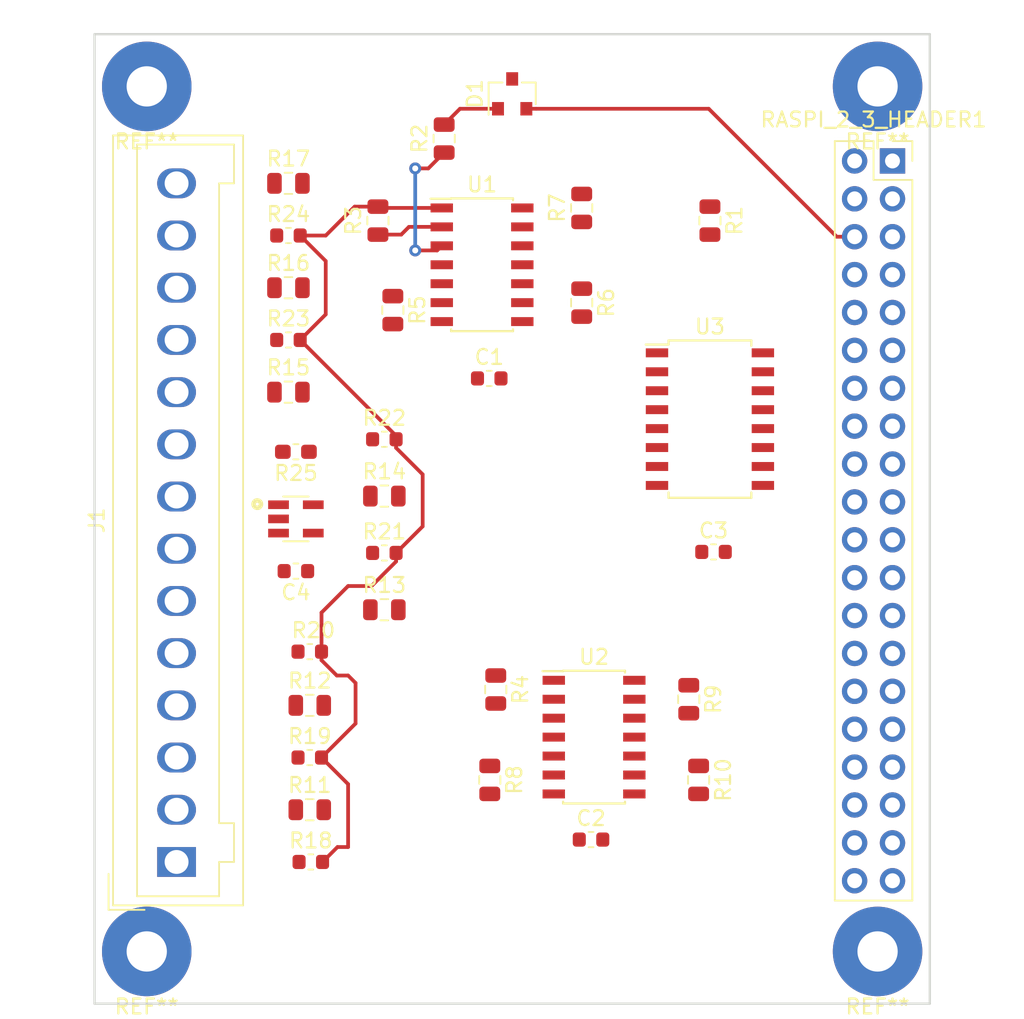
<source format=kicad_pcb>
(kicad_pcb (version 20171130) (host pcbnew 5.0.0-rc3-unknown-14ce5182~65~ubuntu16.04.1)

  (general
    (thickness 1.6)
    (drawings 4)
    (tracks 45)
    (zones 0)
    (modules 40)
    (nets 72)
  )

  (page A4)
  (layers
    (0 F.Cu signal)
    (31 B.Cu signal)
    (32 B.Adhes user)
    (33 F.Adhes user)
    (34 B.Paste user)
    (35 F.Paste user)
    (36 B.SilkS user)
    (37 F.SilkS user)
    (38 B.Mask user)
    (39 F.Mask user)
    (40 Dwgs.User user)
    (41 Cmts.User user)
    (42 Eco1.User user)
    (43 Eco2.User user)
    (44 Edge.Cuts user)
    (45 Margin user)
    (46 B.CrtYd user)
    (47 F.CrtYd user)
    (48 B.Fab user)
    (49 F.Fab user)
  )

  (setup
    (last_trace_width 0.25)
    (trace_clearance 0.2)
    (zone_clearance 0.508)
    (zone_45_only no)
    (trace_min 0.2)
    (segment_width 0.2)
    (edge_width 0.15)
    (via_size 0.8)
    (via_drill 0.4)
    (via_min_size 0.4)
    (via_min_drill 0.3)
    (uvia_size 0.3)
    (uvia_drill 0.1)
    (uvias_allowed no)
    (uvia_min_size 0.2)
    (uvia_min_drill 0.1)
    (pcb_text_width 0.3)
    (pcb_text_size 1.5 1.5)
    (mod_edge_width 0.15)
    (mod_text_size 1 1)
    (mod_text_width 0.15)
    (pad_size 6 6)
    (pad_drill 2.7)
    (pad_to_mask_clearance 0.2)
    (aux_axis_origin 0 0)
    (visible_elements FFFFFF7F)
    (pcbplotparams
      (layerselection 0x010fc_ffffffff)
      (usegerberextensions false)
      (usegerberattributes false)
      (usegerberadvancedattributes false)
      (creategerberjobfile false)
      (excludeedgelayer true)
      (linewidth 0.100000)
      (plotframeref false)
      (viasonmask false)
      (mode 1)
      (useauxorigin false)
      (hpglpennumber 1)
      (hpglpenspeed 20)
      (hpglpendiameter 15.000000)
      (psnegative false)
      (psa4output false)
      (plotreference true)
      (plotvalue true)
      (plotinvisibletext false)
      (padsonsilk false)
      (subtractmaskfromsilk false)
      (outputformat 1)
      (mirror false)
      (drillshape 1)
      (scaleselection 1)
      (outputdirectory ""))
  )

  (net 0 "")
  (net 1 "Net-(D1-Pad1)")
  (net 2 "Net-(D1-Pad2)")
  (net 3 "Net-(J1-Pad1)")
  (net 4 "Net-(J1-Pad2)")
  (net 5 "Net-(J1-Pad3)")
  (net 6 "Net-(J1-Pad4)")
  (net 7 "Net-(J1-Pad5)")
  (net 8 "Net-(J1-Pad6)")
  (net 9 "Net-(J1-Pad7)")
  (net 10 "Net-(J1-Pad8)")
  (net 11 "Net-(J1-Pad9)")
  (net 12 "Net-(J1-Pad10)")
  (net 13 "Net-(J1-Pad11)")
  (net 14 "Net-(J1-Pad12)")
  (net 15 "Net-(J1-Pad13)")
  (net 16 "Net-(J1-Pad14)")
  (net 17 "Net-(R2-Pad1)")
  (net 18 4V096)
  (net 19 "Net-(R3-Pad1)")
  (net 20 "Net-(R15-Pad2)")
  (net 21 "Net-(R4-Pad1)")
  (net 22 "Net-(R5-Pad2)")
  (net 23 "Net-(R12-Pad2)")
  (net 24 "Net-(R13-Pad2)")
  (net 25 "Net-(R6-Pad2)")
  (net 26 "Net-(R14-Pad2)")
  (net 27 "Net-(R7-Pad2)")
  (net 28 "Net-(R16-Pad2)")
  (net 29 "Net-(R8-Pad2)")
  (net 30 "Net-(R11-Pad2)")
  (net 31 "Net-(R9-Pad1)")
  (net 32 "Net-(R10-Pad1)")
  (net 33 "Net-(R10-Pad2)")
  (net 34 "Net-(RASPI_2_3_HEADER1-Pad3)")
  (net 35 "Net-(RASPI_2_3_HEADER1-Pad5)")
  (net 36 "Net-(RASPI_2_3_HEADER1-Pad7)")
  (net 37 "Net-(RASPI_2_3_HEADER1-Pad8)")
  (net 38 "Net-(RASPI_2_3_HEADER1-Pad9)")
  (net 39 "Net-(RASPI_2_3_HEADER1-Pad10)")
  (net 40 "Net-(RASPI_2_3_HEADER1-Pad11)")
  (net 41 "Net-(RASPI_2_3_HEADER1-Pad12)")
  (net 42 "Net-(RASPI_2_3_HEADER1-Pad13)")
  (net 43 "Net-(RASPI_2_3_HEADER1-Pad14)")
  (net 44 "Net-(RASPI_2_3_HEADER1-Pad15)")
  (net 45 "Net-(RASPI_2_3_HEADER1-Pad16)")
  (net 46 "Net-(RASPI_2_3_HEADER1-Pad17)")
  (net 47 "Net-(RASPI_2_3_HEADER1-Pad18)")
  (net 48 "Net-(RASPI_2_3_HEADER1-Pad19)")
  (net 49 "Net-(RASPI_2_3_HEADER1-Pad22)")
  (net 50 "Net-(RASPI_2_3_HEADER1-Pad23)")
  (net 51 "Net-(RASPI_2_3_HEADER1-Pad24)")
  (net 52 "Net-(RASPI_2_3_HEADER1-Pad26)")
  (net 53 "Net-(RASPI_2_3_HEADER1-Pad27)")
  (net 54 "Net-(RASPI_2_3_HEADER1-Pad28)")
  (net 55 "Net-(RASPI_2_3_HEADER1-Pad29)")
  (net 56 "Net-(RASPI_2_3_HEADER1-Pad31)")
  (net 57 "Net-(RASPI_2_3_HEADER1-Pad32)")
  (net 58 "Net-(RASPI_2_3_HEADER1-Pad33)")
  (net 59 "Net-(RASPI_2_3_HEADER1-Pad34)")
  (net 60 "Net-(RASPI_2_3_HEADER1-Pad35)")
  (net 61 "Net-(RASPI_2_3_HEADER1-Pad36)")
  (net 62 "Net-(RASPI_2_3_HEADER1-Pad37)")
  (net 63 "Net-(RASPI_2_3_HEADER1-Pad38)")
  (net 64 "Net-(RASPI_2_3_HEADER1-Pad40)")
  (net 65 "Net-(C1-Pad1)")
  (net 66 "Net-(C1-Pad2)")
  (net 67 "Net-(C3-Pad1)")
  (net 68 "Net-(C3-Pad2)")
  (net 69 +3V3)
  (net 70 "Net-(C4-Pad2)")
  (net 71 "Net-(R25-Pad1)")

  (net_class Default "This is the default net class."
    (clearance 0.2)
    (trace_width 0.25)
    (via_dia 0.8)
    (via_drill 0.4)
    (uvia_dia 0.3)
    (uvia_drill 0.1)
    (add_net +3V3)
    (add_net 4V096)
    (add_net "Net-(C1-Pad1)")
    (add_net "Net-(C1-Pad2)")
    (add_net "Net-(C3-Pad1)")
    (add_net "Net-(C3-Pad2)")
    (add_net "Net-(C4-Pad2)")
    (add_net "Net-(D1-Pad1)")
    (add_net "Net-(D1-Pad2)")
    (add_net "Net-(J1-Pad1)")
    (add_net "Net-(J1-Pad10)")
    (add_net "Net-(J1-Pad11)")
    (add_net "Net-(J1-Pad12)")
    (add_net "Net-(J1-Pad13)")
    (add_net "Net-(J1-Pad14)")
    (add_net "Net-(J1-Pad2)")
    (add_net "Net-(J1-Pad3)")
    (add_net "Net-(J1-Pad4)")
    (add_net "Net-(J1-Pad5)")
    (add_net "Net-(J1-Pad6)")
    (add_net "Net-(J1-Pad7)")
    (add_net "Net-(J1-Pad8)")
    (add_net "Net-(J1-Pad9)")
    (add_net "Net-(R10-Pad1)")
    (add_net "Net-(R10-Pad2)")
    (add_net "Net-(R11-Pad2)")
    (add_net "Net-(R12-Pad2)")
    (add_net "Net-(R13-Pad2)")
    (add_net "Net-(R14-Pad2)")
    (add_net "Net-(R15-Pad2)")
    (add_net "Net-(R16-Pad2)")
    (add_net "Net-(R2-Pad1)")
    (add_net "Net-(R25-Pad1)")
    (add_net "Net-(R3-Pad1)")
    (add_net "Net-(R4-Pad1)")
    (add_net "Net-(R5-Pad2)")
    (add_net "Net-(R6-Pad2)")
    (add_net "Net-(R7-Pad2)")
    (add_net "Net-(R8-Pad2)")
    (add_net "Net-(R9-Pad1)")
    (add_net "Net-(RASPI_2_3_HEADER1-Pad10)")
    (add_net "Net-(RASPI_2_3_HEADER1-Pad11)")
    (add_net "Net-(RASPI_2_3_HEADER1-Pad12)")
    (add_net "Net-(RASPI_2_3_HEADER1-Pad13)")
    (add_net "Net-(RASPI_2_3_HEADER1-Pad14)")
    (add_net "Net-(RASPI_2_3_HEADER1-Pad15)")
    (add_net "Net-(RASPI_2_3_HEADER1-Pad16)")
    (add_net "Net-(RASPI_2_3_HEADER1-Pad17)")
    (add_net "Net-(RASPI_2_3_HEADER1-Pad18)")
    (add_net "Net-(RASPI_2_3_HEADER1-Pad19)")
    (add_net "Net-(RASPI_2_3_HEADER1-Pad22)")
    (add_net "Net-(RASPI_2_3_HEADER1-Pad23)")
    (add_net "Net-(RASPI_2_3_HEADER1-Pad24)")
    (add_net "Net-(RASPI_2_3_HEADER1-Pad26)")
    (add_net "Net-(RASPI_2_3_HEADER1-Pad27)")
    (add_net "Net-(RASPI_2_3_HEADER1-Pad28)")
    (add_net "Net-(RASPI_2_3_HEADER1-Pad29)")
    (add_net "Net-(RASPI_2_3_HEADER1-Pad3)")
    (add_net "Net-(RASPI_2_3_HEADER1-Pad31)")
    (add_net "Net-(RASPI_2_3_HEADER1-Pad32)")
    (add_net "Net-(RASPI_2_3_HEADER1-Pad33)")
    (add_net "Net-(RASPI_2_3_HEADER1-Pad34)")
    (add_net "Net-(RASPI_2_3_HEADER1-Pad35)")
    (add_net "Net-(RASPI_2_3_HEADER1-Pad36)")
    (add_net "Net-(RASPI_2_3_HEADER1-Pad37)")
    (add_net "Net-(RASPI_2_3_HEADER1-Pad38)")
    (add_net "Net-(RASPI_2_3_HEADER1-Pad40)")
    (add_net "Net-(RASPI_2_3_HEADER1-Pad5)")
    (add_net "Net-(RASPI_2_3_HEADER1-Pad7)")
    (add_net "Net-(RASPI_2_3_HEADER1-Pad8)")
    (add_net "Net-(RASPI_2_3_HEADER1-Pad9)")
  )

  (module MountingHole:MountingHole_2.7mm_Pad (layer F.Cu) (tedit 5B5C890A) (tstamp 5B6CF5EC)
    (at 138.5 50.5 180)
    (descr "Mounting Hole 2.7mm")
    (tags "mounting hole 2.7mm")
    (attr virtual)
    (fp_text reference REF** (at 0 -3.7 180) (layer F.SilkS)
      (effects (font (size 1 1) (thickness 0.15)))
    )
    (fp_text value MountingHole_2.7mm_Pad (at 0 3.7 180) (layer F.Fab)
      (effects (font (size 1 1) (thickness 0.15)))
    )
    (fp_text user %R (at 0.3 0 180) (layer F.Fab)
      (effects (font (size 1 1) (thickness 0.15)))
    )
    (fp_circle (center 0 0) (end 2.7 0) (layer Cmts.User) (width 0.15))
    (fp_circle (center 0 0) (end 2.95 0) (layer F.CrtYd) (width 0.05))
    (pad 1 thru_hole circle (at 0 0 180) (size 6 6) (drill 2.7) (layers *.Cu *.Mask))
  )

  (module MountingHole:MountingHole_2.7mm_Pad (layer F.Cu) (tedit 5B5C890A) (tstamp 5B6CF5DE)
    (at 187.5 50.5 180)
    (descr "Mounting Hole 2.7mm")
    (tags "mounting hole 2.7mm")
    (attr virtual)
    (fp_text reference REF** (at 0 -3.7 180) (layer F.SilkS)
      (effects (font (size 1 1) (thickness 0.15)))
    )
    (fp_text value MountingHole_2.7mm_Pad (at 0 3.7 180) (layer F.Fab)
      (effects (font (size 1 1) (thickness 0.15)))
    )
    (fp_circle (center 0 0) (end 2.95 0) (layer F.CrtYd) (width 0.05))
    (fp_circle (center 0 0) (end 2.7 0) (layer Cmts.User) (width 0.15))
    (fp_text user %R (at 0.3 0 180) (layer F.Fab)
      (effects (font (size 1 1) (thickness 0.15)))
    )
    (pad 1 thru_hole circle (at 0 0 180) (size 6 6) (drill 2.7) (layers *.Cu *.Mask))
  )

  (module MountingHole:MountingHole_2.7mm_Pad (layer F.Cu) (tedit 5B5C890A) (tstamp 5B6CF5D0)
    (at 187.5 108.5 180)
    (descr "Mounting Hole 2.7mm")
    (tags "mounting hole 2.7mm")
    (attr virtual)
    (fp_text reference REF** (at 0 -3.7 180) (layer F.SilkS)
      (effects (font (size 1 1) (thickness 0.15)))
    )
    (fp_text value MountingHole_2.7mm_Pad (at 0 3.7 180) (layer F.Fab)
      (effects (font (size 1 1) (thickness 0.15)))
    )
    (fp_text user %R (at 0.3 0 180) (layer F.Fab)
      (effects (font (size 1 1) (thickness 0.15)))
    )
    (fp_circle (center 0 0) (end 2.7 0) (layer Cmts.User) (width 0.15))
    (fp_circle (center 0 0) (end 2.95 0) (layer F.CrtYd) (width 0.05))
    (pad 1 thru_hole circle (at 0 0 180) (size 6 6) (drill 2.7) (layers *.Cu *.Mask))
  )

  (module Package_TO_SOT_SMD:SOT-23 (layer F.Cu) (tedit 5A02FF57) (tstamp 5B5BF68C)
    (at 163 51 90)
    (descr "SOT-23, Standard")
    (tags SOT-23)
    (path /5B4AD8FF)
    (attr smd)
    (fp_text reference D1 (at 0 -2.5 90) (layer F.SilkS)
      (effects (font (size 1 1) (thickness 0.15)))
    )
    (fp_text value LM4040DBZ-4.1 (at 0 2.5 90) (layer F.Fab)
      (effects (font (size 1 1) (thickness 0.15)))
    )
    (fp_text user %R (at 0 0 180) (layer F.Fab)
      (effects (font (size 0.5 0.5) (thickness 0.075)))
    )
    (fp_line (start -0.7 -0.95) (end -0.7 1.5) (layer F.Fab) (width 0.1))
    (fp_line (start -0.15 -1.52) (end 0.7 -1.52) (layer F.Fab) (width 0.1))
    (fp_line (start -0.7 -0.95) (end -0.15 -1.52) (layer F.Fab) (width 0.1))
    (fp_line (start 0.7 -1.52) (end 0.7 1.52) (layer F.Fab) (width 0.1))
    (fp_line (start -0.7 1.52) (end 0.7 1.52) (layer F.Fab) (width 0.1))
    (fp_line (start 0.76 1.58) (end 0.76 0.65) (layer F.SilkS) (width 0.12))
    (fp_line (start 0.76 -1.58) (end 0.76 -0.65) (layer F.SilkS) (width 0.12))
    (fp_line (start -1.7 -1.75) (end 1.7 -1.75) (layer F.CrtYd) (width 0.05))
    (fp_line (start 1.7 -1.75) (end 1.7 1.75) (layer F.CrtYd) (width 0.05))
    (fp_line (start 1.7 1.75) (end -1.7 1.75) (layer F.CrtYd) (width 0.05))
    (fp_line (start -1.7 1.75) (end -1.7 -1.75) (layer F.CrtYd) (width 0.05))
    (fp_line (start 0.76 -1.58) (end -1.4 -1.58) (layer F.SilkS) (width 0.12))
    (fp_line (start 0.76 1.58) (end -0.7 1.58) (layer F.SilkS) (width 0.12))
    (pad 1 smd rect (at -1 -0.95 90) (size 0.9 0.8) (layers F.Cu F.Paste F.Mask)
      (net 1 "Net-(D1-Pad1)"))
    (pad 2 smd rect (at -1 0.95 90) (size 0.9 0.8) (layers F.Cu F.Paste F.Mask)
      (net 2 "Net-(D1-Pad2)"))
    (pad 3 smd rect (at 1 0 90) (size 0.9 0.8) (layers F.Cu F.Paste F.Mask))
    (model ${KISYS3DMOD}/Package_TO_SOT_SMD.3dshapes/SOT-23.wrl
      (at (xyz 0 0 0))
      (scale (xyz 1 1 1))
      (rotate (xyz 0 0 0))
    )
  )

  (module Resistor_SMD:R_0805_2012Metric (layer F.Cu) (tedit 5B36C52B) (tstamp 5B5BF6FD)
    (at 176.26 59.5 270)
    (descr "Resistor SMD 0805 (2012 Metric), square (rectangular) end terminal, IPC_7351 nominal, (Body size source: https://docs.google.com/spreadsheets/d/1BsfQQcO9C6DZCsRaXUlFlo91Tg2WpOkGARC1WS5S8t0/edit?usp=sharing), generated with kicad-footprint-generator")
    (tags resistor)
    (path /5B4AD9F3)
    (attr smd)
    (fp_text reference R1 (at 0 -1.65 270) (layer F.SilkS)
      (effects (font (size 1 1) (thickness 0.15)))
    )
    (fp_text value 470 (at 0 1.65 270) (layer F.Fab)
      (effects (font (size 1 1) (thickness 0.15)))
    )
    (fp_text user %R (at 0 0 270) (layer F.Fab)
      (effects (font (size 0.5 0.5) (thickness 0.08)))
    )
    (fp_line (start 1.68 0.95) (end -1.68 0.95) (layer F.CrtYd) (width 0.05))
    (fp_line (start 1.68 -0.95) (end 1.68 0.95) (layer F.CrtYd) (width 0.05))
    (fp_line (start -1.68 -0.95) (end 1.68 -0.95) (layer F.CrtYd) (width 0.05))
    (fp_line (start -1.68 0.95) (end -1.68 -0.95) (layer F.CrtYd) (width 0.05))
    (fp_line (start -0.258578 0.71) (end 0.258578 0.71) (layer F.SilkS) (width 0.12))
    (fp_line (start -0.258578 -0.71) (end 0.258578 -0.71) (layer F.SilkS) (width 0.12))
    (fp_line (start 1 0.6) (end -1 0.6) (layer F.Fab) (width 0.1))
    (fp_line (start 1 -0.6) (end 1 0.6) (layer F.Fab) (width 0.1))
    (fp_line (start -1 -0.6) (end 1 -0.6) (layer F.Fab) (width 0.1))
    (fp_line (start -1 0.6) (end -1 -0.6) (layer F.Fab) (width 0.1))
    (pad 2 smd roundrect (at 0.9375 0 270) (size 0.975 1.4) (layers F.Cu F.Paste F.Mask) (roundrect_rratio 0.25)
      (net 67 "Net-(C3-Pad1)"))
    (pad 1 smd roundrect (at -0.9375 0 270) (size 0.975 1.4) (layers F.Cu F.Paste F.Mask) (roundrect_rratio 0.25)
      (net 1 "Net-(D1-Pad1)"))
    (model ${KISYS3DMOD}/Resistor_SMD.3dshapes/R_0805_2012Metric.wrl
      (at (xyz 0 0 0))
      (scale (xyz 1 1 1))
      (rotate (xyz 0 0 0))
    )
  )

  (module Resistor_SMD:R_0805_2012Metric (layer F.Cu) (tedit 5B36C52B) (tstamp 5B5BF70E)
    (at 158.44 54 90)
    (descr "Resistor SMD 0805 (2012 Metric), square (rectangular) end terminal, IPC_7351 nominal, (Body size source: https://docs.google.com/spreadsheets/d/1BsfQQcO9C6DZCsRaXUlFlo91Tg2WpOkGARC1WS5S8t0/edit?usp=sharing), generated with kicad-footprint-generator")
    (tags resistor)
    (path /5B4C2E28)
    (attr smd)
    (fp_text reference R2 (at 0 -1.65 90) (layer F.SilkS)
      (effects (font (size 1 1) (thickness 0.15)))
    )
    (fp_text value 10k (at 0 1.65 90) (layer F.Fab)
      (effects (font (size 1 1) (thickness 0.15)))
    )
    (fp_line (start -1 0.6) (end -1 -0.6) (layer F.Fab) (width 0.1))
    (fp_line (start -1 -0.6) (end 1 -0.6) (layer F.Fab) (width 0.1))
    (fp_line (start 1 -0.6) (end 1 0.6) (layer F.Fab) (width 0.1))
    (fp_line (start 1 0.6) (end -1 0.6) (layer F.Fab) (width 0.1))
    (fp_line (start -0.258578 -0.71) (end 0.258578 -0.71) (layer F.SilkS) (width 0.12))
    (fp_line (start -0.258578 0.71) (end 0.258578 0.71) (layer F.SilkS) (width 0.12))
    (fp_line (start -1.68 0.95) (end -1.68 -0.95) (layer F.CrtYd) (width 0.05))
    (fp_line (start -1.68 -0.95) (end 1.68 -0.95) (layer F.CrtYd) (width 0.05))
    (fp_line (start 1.68 -0.95) (end 1.68 0.95) (layer F.CrtYd) (width 0.05))
    (fp_line (start 1.68 0.95) (end -1.68 0.95) (layer F.CrtYd) (width 0.05))
    (fp_text user %R (at 0 0 90) (layer F.Fab)
      (effects (font (size 0.5 0.5) (thickness 0.08)))
    )
    (pad 1 smd roundrect (at -0.9375 0 90) (size 0.975 1.4) (layers F.Cu F.Paste F.Mask) (roundrect_rratio 0.25)
      (net 17 "Net-(R2-Pad1)"))
    (pad 2 smd roundrect (at 0.9375 0 90) (size 0.975 1.4) (layers F.Cu F.Paste F.Mask) (roundrect_rratio 0.25)
      (net 1 "Net-(D1-Pad1)"))
    (model ${KISYS3DMOD}/Resistor_SMD.3dshapes/R_0805_2012Metric.wrl
      (at (xyz 0 0 0))
      (scale (xyz 1 1 1))
      (rotate (xyz 0 0 0))
    )
  )

  (module Resistor_SMD:R_0805_2012Metric (layer F.Cu) (tedit 5B36C52B) (tstamp 5B5BF71F)
    (at 154 59.5 90)
    (descr "Resistor SMD 0805 (2012 Metric), square (rectangular) end terminal, IPC_7351 nominal, (Body size source: https://docs.google.com/spreadsheets/d/1BsfQQcO9C6DZCsRaXUlFlo91Tg2WpOkGARC1WS5S8t0/edit?usp=sharing), generated with kicad-footprint-generator")
    (tags resistor)
    (path /5B4D2768)
    (attr smd)
    (fp_text reference R3 (at 0 -1.65 90) (layer F.SilkS)
      (effects (font (size 1 1) (thickness 0.15)))
    )
    (fp_text value 10k (at 0 1.65 90) (layer F.Fab)
      (effects (font (size 1 1) (thickness 0.15)))
    )
    (fp_text user %R (at 0 0 90) (layer F.Fab)
      (effects (font (size 0.5 0.5) (thickness 0.08)))
    )
    (fp_line (start 1.68 0.95) (end -1.68 0.95) (layer F.CrtYd) (width 0.05))
    (fp_line (start 1.68 -0.95) (end 1.68 0.95) (layer F.CrtYd) (width 0.05))
    (fp_line (start -1.68 -0.95) (end 1.68 -0.95) (layer F.CrtYd) (width 0.05))
    (fp_line (start -1.68 0.95) (end -1.68 -0.95) (layer F.CrtYd) (width 0.05))
    (fp_line (start -0.258578 0.71) (end 0.258578 0.71) (layer F.SilkS) (width 0.12))
    (fp_line (start -0.258578 -0.71) (end 0.258578 -0.71) (layer F.SilkS) (width 0.12))
    (fp_line (start 1 0.6) (end -1 0.6) (layer F.Fab) (width 0.1))
    (fp_line (start 1 -0.6) (end 1 0.6) (layer F.Fab) (width 0.1))
    (fp_line (start -1 -0.6) (end 1 -0.6) (layer F.Fab) (width 0.1))
    (fp_line (start -1 0.6) (end -1 -0.6) (layer F.Fab) (width 0.1))
    (pad 2 smd roundrect (at 0.9375 0 90) (size 0.975 1.4) (layers F.Cu F.Paste F.Mask) (roundrect_rratio 0.25)
      (net 18 4V096))
    (pad 1 smd roundrect (at -0.9375 0 90) (size 0.975 1.4) (layers F.Cu F.Paste F.Mask) (roundrect_rratio 0.25)
      (net 19 "Net-(R3-Pad1)"))
    (model ${KISYS3DMOD}/Resistor_SMD.3dshapes/R_0805_2012Metric.wrl
      (at (xyz 0 0 0))
      (scale (xyz 1 1 1))
      (rotate (xyz 0 0 0))
    )
  )

  (module Resistor_SMD:R_0805_2012Metric (layer F.Cu) (tedit 5B36C52B) (tstamp 5B5BF730)
    (at 161.9 90.9375 270)
    (descr "Resistor SMD 0805 (2012 Metric), square (rectangular) end terminal, IPC_7351 nominal, (Body size source: https://docs.google.com/spreadsheets/d/1BsfQQcO9C6DZCsRaXUlFlo91Tg2WpOkGARC1WS5S8t0/edit?usp=sharing), generated with kicad-footprint-generator")
    (tags resistor)
    (path /5B5087E9)
    (attr smd)
    (fp_text reference R4 (at 0 -1.65 270) (layer F.SilkS)
      (effects (font (size 1 1) (thickness 0.15)))
    )
    (fp_text value 200K (at 0 1.65 270) (layer F.Fab)
      (effects (font (size 1 1) (thickness 0.15)))
    )
    (fp_text user %R (at 0 0 270) (layer F.Fab)
      (effects (font (size 0.5 0.5) (thickness 0.08)))
    )
    (fp_line (start 1.68 0.95) (end -1.68 0.95) (layer F.CrtYd) (width 0.05))
    (fp_line (start 1.68 -0.95) (end 1.68 0.95) (layer F.CrtYd) (width 0.05))
    (fp_line (start -1.68 -0.95) (end 1.68 -0.95) (layer F.CrtYd) (width 0.05))
    (fp_line (start -1.68 0.95) (end -1.68 -0.95) (layer F.CrtYd) (width 0.05))
    (fp_line (start -0.258578 0.71) (end 0.258578 0.71) (layer F.SilkS) (width 0.12))
    (fp_line (start -0.258578 -0.71) (end 0.258578 -0.71) (layer F.SilkS) (width 0.12))
    (fp_line (start 1 0.6) (end -1 0.6) (layer F.Fab) (width 0.1))
    (fp_line (start 1 -0.6) (end 1 0.6) (layer F.Fab) (width 0.1))
    (fp_line (start -1 -0.6) (end 1 -0.6) (layer F.Fab) (width 0.1))
    (fp_line (start -1 0.6) (end -1 -0.6) (layer F.Fab) (width 0.1))
    (pad 2 smd roundrect (at 0.9375 0 270) (size 0.975 1.4) (layers F.Cu F.Paste F.Mask) (roundrect_rratio 0.25)
      (net 20 "Net-(R15-Pad2)"))
    (pad 1 smd roundrect (at -0.9375 0 270) (size 0.975 1.4) (layers F.Cu F.Paste F.Mask) (roundrect_rratio 0.25)
      (net 21 "Net-(R4-Pad1)"))
    (model ${KISYS3DMOD}/Resistor_SMD.3dshapes/R_0805_2012Metric.wrl
      (at (xyz 0 0 0))
      (scale (xyz 1 1 1))
      (rotate (xyz 0 0 0))
    )
  )

  (module Resistor_SMD:R_0805_2012Metric (layer F.Cu) (tedit 5B36C52B) (tstamp 5B5BF741)
    (at 155 65.5 270)
    (descr "Resistor SMD 0805 (2012 Metric), square (rectangular) end terminal, IPC_7351 nominal, (Body size source: https://docs.google.com/spreadsheets/d/1BsfQQcO9C6DZCsRaXUlFlo91Tg2WpOkGARC1WS5S8t0/edit?usp=sharing), generated with kicad-footprint-generator")
    (tags resistor)
    (path /5B4E690B)
    (attr smd)
    (fp_text reference R5 (at 0 -1.65 270) (layer F.SilkS)
      (effects (font (size 1 1) (thickness 0.15)))
    )
    (fp_text value 100K (at 0 1.65 270) (layer F.Fab)
      (effects (font (size 1 1) (thickness 0.15)))
    )
    (fp_text user %R (at 0 0 270) (layer F.Fab)
      (effects (font (size 0.5 0.5) (thickness 0.08)))
    )
    (fp_line (start 1.68 0.95) (end -1.68 0.95) (layer F.CrtYd) (width 0.05))
    (fp_line (start 1.68 -0.95) (end 1.68 0.95) (layer F.CrtYd) (width 0.05))
    (fp_line (start -1.68 -0.95) (end 1.68 -0.95) (layer F.CrtYd) (width 0.05))
    (fp_line (start -1.68 0.95) (end -1.68 -0.95) (layer F.CrtYd) (width 0.05))
    (fp_line (start -0.258578 0.71) (end 0.258578 0.71) (layer F.SilkS) (width 0.12))
    (fp_line (start -0.258578 -0.71) (end 0.258578 -0.71) (layer F.SilkS) (width 0.12))
    (fp_line (start 1 0.6) (end -1 0.6) (layer F.Fab) (width 0.1))
    (fp_line (start 1 -0.6) (end 1 0.6) (layer F.Fab) (width 0.1))
    (fp_line (start -1 -0.6) (end 1 -0.6) (layer F.Fab) (width 0.1))
    (fp_line (start -1 0.6) (end -1 -0.6) (layer F.Fab) (width 0.1))
    (pad 2 smd roundrect (at 0.9375 0 270) (size 0.975 1.4) (layers F.Cu F.Paste F.Mask) (roundrect_rratio 0.25)
      (net 22 "Net-(R5-Pad2)"))
    (pad 1 smd roundrect (at -0.9375 0 270) (size 0.975 1.4) (layers F.Cu F.Paste F.Mask) (roundrect_rratio 0.25)
      (net 23 "Net-(R12-Pad2)"))
    (model ${KISYS3DMOD}/Resistor_SMD.3dshapes/R_0805_2012Metric.wrl
      (at (xyz 0 0 0))
      (scale (xyz 1 1 1))
      (rotate (xyz 0 0 0))
    )
  )

  (module Resistor_SMD:R_0805_2012Metric (layer F.Cu) (tedit 5B36C52B) (tstamp 5B5BF752)
    (at 167.6625 65 270)
    (descr "Resistor SMD 0805 (2012 Metric), square (rectangular) end terminal, IPC_7351 nominal, (Body size source: https://docs.google.com/spreadsheets/d/1BsfQQcO9C6DZCsRaXUlFlo91Tg2WpOkGARC1WS5S8t0/edit?usp=sharing), generated with kicad-footprint-generator")
    (tags resistor)
    (path /5B4F278F)
    (attr smd)
    (fp_text reference R6 (at 0 -1.65 270) (layer F.SilkS)
      (effects (font (size 1 1) (thickness 0.15)))
    )
    (fp_text value 100K (at 0 1.65 270) (layer F.Fab)
      (effects (font (size 1 1) (thickness 0.15)))
    )
    (fp_line (start -1 0.6) (end -1 -0.6) (layer F.Fab) (width 0.1))
    (fp_line (start -1 -0.6) (end 1 -0.6) (layer F.Fab) (width 0.1))
    (fp_line (start 1 -0.6) (end 1 0.6) (layer F.Fab) (width 0.1))
    (fp_line (start 1 0.6) (end -1 0.6) (layer F.Fab) (width 0.1))
    (fp_line (start -0.258578 -0.71) (end 0.258578 -0.71) (layer F.SilkS) (width 0.12))
    (fp_line (start -0.258578 0.71) (end 0.258578 0.71) (layer F.SilkS) (width 0.12))
    (fp_line (start -1.68 0.95) (end -1.68 -0.95) (layer F.CrtYd) (width 0.05))
    (fp_line (start -1.68 -0.95) (end 1.68 -0.95) (layer F.CrtYd) (width 0.05))
    (fp_line (start 1.68 -0.95) (end 1.68 0.95) (layer F.CrtYd) (width 0.05))
    (fp_line (start 1.68 0.95) (end -1.68 0.95) (layer F.CrtYd) (width 0.05))
    (fp_text user %R (at 0 0 270) (layer F.Fab)
      (effects (font (size 0.5 0.5) (thickness 0.08)))
    )
    (pad 1 smd roundrect (at -0.9375 0 270) (size 0.975 1.4) (layers F.Cu F.Paste F.Mask) (roundrect_rratio 0.25)
      (net 24 "Net-(R13-Pad2)"))
    (pad 2 smd roundrect (at 0.9375 0 270) (size 0.975 1.4) (layers F.Cu F.Paste F.Mask) (roundrect_rratio 0.25)
      (net 25 "Net-(R6-Pad2)"))
    (model ${KISYS3DMOD}/Resistor_SMD.3dshapes/R_0805_2012Metric.wrl
      (at (xyz 0 0 0))
      (scale (xyz 1 1 1))
      (rotate (xyz 0 0 0))
    )
  )

  (module Resistor_SMD:R_0805_2012Metric (layer F.Cu) (tedit 5B36C52B) (tstamp 5B5BF763)
    (at 167.6625 58.65 90)
    (descr "Resistor SMD 0805 (2012 Metric), square (rectangular) end terminal, IPC_7351 nominal, (Body size source: https://docs.google.com/spreadsheets/d/1BsfQQcO9C6DZCsRaXUlFlo91Tg2WpOkGARC1WS5S8t0/edit?usp=sharing), generated with kicad-footprint-generator")
    (tags resistor)
    (path /5B4FCC6E)
    (attr smd)
    (fp_text reference R7 (at 0 -1.65 90) (layer F.SilkS)
      (effects (font (size 1 1) (thickness 0.15)))
    )
    (fp_text value 100K (at 0 1.65 90) (layer F.Fab)
      (effects (font (size 1 1) (thickness 0.15)))
    )
    (fp_line (start -1 0.6) (end -1 -0.6) (layer F.Fab) (width 0.1))
    (fp_line (start -1 -0.6) (end 1 -0.6) (layer F.Fab) (width 0.1))
    (fp_line (start 1 -0.6) (end 1 0.6) (layer F.Fab) (width 0.1))
    (fp_line (start 1 0.6) (end -1 0.6) (layer F.Fab) (width 0.1))
    (fp_line (start -0.258578 -0.71) (end 0.258578 -0.71) (layer F.SilkS) (width 0.12))
    (fp_line (start -0.258578 0.71) (end 0.258578 0.71) (layer F.SilkS) (width 0.12))
    (fp_line (start -1.68 0.95) (end -1.68 -0.95) (layer F.CrtYd) (width 0.05))
    (fp_line (start -1.68 -0.95) (end 1.68 -0.95) (layer F.CrtYd) (width 0.05))
    (fp_line (start 1.68 -0.95) (end 1.68 0.95) (layer F.CrtYd) (width 0.05))
    (fp_line (start 1.68 0.95) (end -1.68 0.95) (layer F.CrtYd) (width 0.05))
    (fp_text user %R (at 0 0 90) (layer F.Fab)
      (effects (font (size 0.5 0.5) (thickness 0.08)))
    )
    (pad 1 smd roundrect (at -0.9375 0 90) (size 0.975 1.4) (layers F.Cu F.Paste F.Mask) (roundrect_rratio 0.25)
      (net 26 "Net-(R14-Pad2)"))
    (pad 2 smd roundrect (at 0.9375 0 90) (size 0.975 1.4) (layers F.Cu F.Paste F.Mask) (roundrect_rratio 0.25)
      (net 27 "Net-(R7-Pad2)"))
    (model ${KISYS3DMOD}/Resistor_SMD.3dshapes/R_0805_2012Metric.wrl
      (at (xyz 0 0 0))
      (scale (xyz 1 1 1))
      (rotate (xyz 0 0 0))
    )
  )

  (module Resistor_SMD:R_0805_2012Metric (layer F.Cu) (tedit 5B36C52B) (tstamp 5B5BF774)
    (at 161.5 97 270)
    (descr "Resistor SMD 0805 (2012 Metric), square (rectangular) end terminal, IPC_7351 nominal, (Body size source: https://docs.google.com/spreadsheets/d/1BsfQQcO9C6DZCsRaXUlFlo91Tg2WpOkGARC1WS5S8t0/edit?usp=sharing), generated with kicad-footprint-generator")
    (tags resistor)
    (path /5B52D841)
    (attr smd)
    (fp_text reference R8 (at 0 -1.65 270) (layer F.SilkS)
      (effects (font (size 1 1) (thickness 0.15)))
    )
    (fp_text value 200k (at 0 1.65 270) (layer F.Fab)
      (effects (font (size 1 1) (thickness 0.15)))
    )
    (fp_line (start -1 0.6) (end -1 -0.6) (layer F.Fab) (width 0.1))
    (fp_line (start -1 -0.6) (end 1 -0.6) (layer F.Fab) (width 0.1))
    (fp_line (start 1 -0.6) (end 1 0.6) (layer F.Fab) (width 0.1))
    (fp_line (start 1 0.6) (end -1 0.6) (layer F.Fab) (width 0.1))
    (fp_line (start -0.258578 -0.71) (end 0.258578 -0.71) (layer F.SilkS) (width 0.12))
    (fp_line (start -0.258578 0.71) (end 0.258578 0.71) (layer F.SilkS) (width 0.12))
    (fp_line (start -1.68 0.95) (end -1.68 -0.95) (layer F.CrtYd) (width 0.05))
    (fp_line (start -1.68 -0.95) (end 1.68 -0.95) (layer F.CrtYd) (width 0.05))
    (fp_line (start 1.68 -0.95) (end 1.68 0.95) (layer F.CrtYd) (width 0.05))
    (fp_line (start 1.68 0.95) (end -1.68 0.95) (layer F.CrtYd) (width 0.05))
    (fp_text user %R (at 0 0 270) (layer F.Fab)
      (effects (font (size 0.5 0.5) (thickness 0.08)))
    )
    (pad 1 smd roundrect (at -0.9375 0 270) (size 0.975 1.4) (layers F.Cu F.Paste F.Mask) (roundrect_rratio 0.25)
      (net 28 "Net-(R16-Pad2)"))
    (pad 2 smd roundrect (at 0.9375 0 270) (size 0.975 1.4) (layers F.Cu F.Paste F.Mask) (roundrect_rratio 0.25)
      (net 29 "Net-(R8-Pad2)"))
    (model ${KISYS3DMOD}/Resistor_SMD.3dshapes/R_0805_2012Metric.wrl
      (at (xyz 0 0 0))
      (scale (xyz 1 1 1))
      (rotate (xyz 0 0 0))
    )
  )

  (module Resistor_SMD:R_0805_2012Metric (layer F.Cu) (tedit 5B36C52B) (tstamp 5B5BF785)
    (at 174.84 91.59 270)
    (descr "Resistor SMD 0805 (2012 Metric), square (rectangular) end terminal, IPC_7351 nominal, (Body size source: https://docs.google.com/spreadsheets/d/1BsfQQcO9C6DZCsRaXUlFlo91Tg2WpOkGARC1WS5S8t0/edit?usp=sharing), generated with kicad-footprint-generator")
    (tags resistor)
    (path /5B53F3EB)
    (attr smd)
    (fp_text reference R9 (at 0 -1.65 270) (layer F.SilkS)
      (effects (font (size 1 1) (thickness 0.15)))
    )
    (fp_text value 500k (at 0 1.65 270) (layer F.Fab)
      (effects (font (size 1 1) (thickness 0.15)))
    )
    (fp_text user %R (at 0 0 270) (layer F.Fab)
      (effects (font (size 0.5 0.5) (thickness 0.08)))
    )
    (fp_line (start 1.68 0.95) (end -1.68 0.95) (layer F.CrtYd) (width 0.05))
    (fp_line (start 1.68 -0.95) (end 1.68 0.95) (layer F.CrtYd) (width 0.05))
    (fp_line (start -1.68 -0.95) (end 1.68 -0.95) (layer F.CrtYd) (width 0.05))
    (fp_line (start -1.68 0.95) (end -1.68 -0.95) (layer F.CrtYd) (width 0.05))
    (fp_line (start -0.258578 0.71) (end 0.258578 0.71) (layer F.SilkS) (width 0.12))
    (fp_line (start -0.258578 -0.71) (end 0.258578 -0.71) (layer F.SilkS) (width 0.12))
    (fp_line (start 1 0.6) (end -1 0.6) (layer F.Fab) (width 0.1))
    (fp_line (start 1 -0.6) (end 1 0.6) (layer F.Fab) (width 0.1))
    (fp_line (start -1 -0.6) (end 1 -0.6) (layer F.Fab) (width 0.1))
    (fp_line (start -1 0.6) (end -1 -0.6) (layer F.Fab) (width 0.1))
    (pad 2 smd roundrect (at 0.9375 0 270) (size 0.975 1.4) (layers F.Cu F.Paste F.Mask) (roundrect_rratio 0.25)
      (net 30 "Net-(R11-Pad2)"))
    (pad 1 smd roundrect (at -0.9375 0 270) (size 0.975 1.4) (layers F.Cu F.Paste F.Mask) (roundrect_rratio 0.25)
      (net 31 "Net-(R9-Pad1)"))
    (model ${KISYS3DMOD}/Resistor_SMD.3dshapes/R_0805_2012Metric.wrl
      (at (xyz 0 0 0))
      (scale (xyz 1 1 1))
      (rotate (xyz 0 0 0))
    )
  )

  (module Resistor_SMD:R_0805_2012Metric (layer F.Cu) (tedit 5B36C52B) (tstamp 5B5BF796)
    (at 175.5 97 270)
    (descr "Resistor SMD 0805 (2012 Metric), square (rectangular) end terminal, IPC_7351 nominal, (Body size source: https://docs.google.com/spreadsheets/d/1BsfQQcO9C6DZCsRaXUlFlo91Tg2WpOkGARC1WS5S8t0/edit?usp=sharing), generated with kicad-footprint-generator")
    (tags resistor)
    (path /5B535E35)
    (attr smd)
    (fp_text reference R10 (at 0 -1.65 270) (layer F.SilkS)
      (effects (font (size 1 1) (thickness 0.15)))
    )
    (fp_text value 200k (at 0 1.65 270) (layer F.Fab)
      (effects (font (size 1 1) (thickness 0.15)))
    )
    (fp_line (start -1 0.6) (end -1 -0.6) (layer F.Fab) (width 0.1))
    (fp_line (start -1 -0.6) (end 1 -0.6) (layer F.Fab) (width 0.1))
    (fp_line (start 1 -0.6) (end 1 0.6) (layer F.Fab) (width 0.1))
    (fp_line (start 1 0.6) (end -1 0.6) (layer F.Fab) (width 0.1))
    (fp_line (start -0.258578 -0.71) (end 0.258578 -0.71) (layer F.SilkS) (width 0.12))
    (fp_line (start -0.258578 0.71) (end 0.258578 0.71) (layer F.SilkS) (width 0.12))
    (fp_line (start -1.68 0.95) (end -1.68 -0.95) (layer F.CrtYd) (width 0.05))
    (fp_line (start -1.68 -0.95) (end 1.68 -0.95) (layer F.CrtYd) (width 0.05))
    (fp_line (start 1.68 -0.95) (end 1.68 0.95) (layer F.CrtYd) (width 0.05))
    (fp_line (start 1.68 0.95) (end -1.68 0.95) (layer F.CrtYd) (width 0.05))
    (fp_text user %R (at 0 0) (layer F.Fab)
      (effects (font (size 0.5 0.5) (thickness 0.08)))
    )
    (pad 1 smd roundrect (at -0.9375 0 270) (size 0.975 1.4) (layers F.Cu F.Paste F.Mask) (roundrect_rratio 0.25)
      (net 32 "Net-(R10-Pad1)"))
    (pad 2 smd roundrect (at 0.9375 0 270) (size 0.975 1.4) (layers F.Cu F.Paste F.Mask) (roundrect_rratio 0.25)
      (net 33 "Net-(R10-Pad2)"))
    (model ${KISYS3DMOD}/Resistor_SMD.3dshapes/R_0805_2012Metric.wrl
      (at (xyz 0 0 0))
      (scale (xyz 1 1 1))
      (rotate (xyz 0 0 0))
    )
  )

  (module Resistor_SMD:R_0805_2012Metric (layer F.Cu) (tedit 5B5C8E1F) (tstamp 5B5BF7A7)
    (at 149.43 99)
    (descr "Resistor SMD 0805 (2012 Metric), square (rectangular) end terminal, IPC_7351 nominal, (Body size source: https://docs.google.com/spreadsheets/d/1BsfQQcO9C6DZCsRaXUlFlo91Tg2WpOkGARC1WS5S8t0/edit?usp=sharing), generated with kicad-footprint-generator")
    (tags resistor)
    (path /5B4DE9E9)
    (attr smd)
    (fp_text reference R11 (at 0 -1.65) (layer F.SilkS)
      (effects (font (size 1 1) (thickness 0.15)))
    )
    (fp_text value 1K (at 0 1.65) (layer F.Fab) hide
      (effects (font (size 1 1) (thickness 0.15)))
    )
    (fp_line (start -1 0.6) (end -1 -0.6) (layer F.Fab) (width 0.1))
    (fp_line (start -1 -0.6) (end 1 -0.6) (layer F.Fab) (width 0.1))
    (fp_line (start 1 -0.6) (end 1 0.6) (layer F.Fab) (width 0.1))
    (fp_line (start 1 0.6) (end -1 0.6) (layer F.Fab) (width 0.1))
    (fp_line (start -0.258578 -0.71) (end 0.258578 -0.71) (layer F.SilkS) (width 0.12))
    (fp_line (start -0.258578 0.71) (end 0.258578 0.71) (layer F.SilkS) (width 0.12))
    (fp_line (start -1.68 0.95) (end -1.68 -0.95) (layer F.CrtYd) (width 0.05))
    (fp_line (start -1.68 -0.95) (end 1.68 -0.95) (layer F.CrtYd) (width 0.05))
    (fp_line (start 1.68 -0.95) (end 1.68 0.95) (layer F.CrtYd) (width 0.05))
    (fp_line (start 1.68 0.95) (end -1.68 0.95) (layer F.CrtYd) (width 0.05))
    (fp_text user %R (at 0 0) (layer F.Fab)
      (effects (font (size 0.5 0.5) (thickness 0.08)))
    )
    (pad 1 smd roundrect (at -0.9375 0) (size 0.975 1.4) (layers F.Cu F.Paste F.Mask) (roundrect_rratio 0.25)
      (net 4 "Net-(J1-Pad2)"))
    (pad 2 smd roundrect (at 0.9375 0) (size 0.975 1.4) (layers F.Cu F.Paste F.Mask) (roundrect_rratio 0.25)
      (net 30 "Net-(R11-Pad2)"))
    (model ${KISYS3DMOD}/Resistor_SMD.3dshapes/R_0805_2012Metric.wrl
      (at (xyz 0 0 0))
      (scale (xyz 1 1 1))
      (rotate (xyz 0 0 0))
    )
  )

  (module Resistor_SMD:R_0805_2012Metric (layer F.Cu) (tedit 5B5C8E2E) (tstamp 5B5BF7B8)
    (at 149.43 92)
    (descr "Resistor SMD 0805 (2012 Metric), square (rectangular) end terminal, IPC_7351 nominal, (Body size source: https://docs.google.com/spreadsheets/d/1BsfQQcO9C6DZCsRaXUlFlo91Tg2WpOkGARC1WS5S8t0/edit?usp=sharing), generated with kicad-footprint-generator")
    (tags resistor)
    (path /5B54D3F8)
    (attr smd)
    (fp_text reference R12 (at 0 -1.65) (layer F.SilkS)
      (effects (font (size 1 1) (thickness 0.15)))
    )
    (fp_text value 1k (at 0 1.65) (layer F.Fab) hide
      (effects (font (size 1 1) (thickness 0.15)))
    )
    (fp_line (start -1 0.6) (end -1 -0.6) (layer F.Fab) (width 0.1))
    (fp_line (start -1 -0.6) (end 1 -0.6) (layer F.Fab) (width 0.1))
    (fp_line (start 1 -0.6) (end 1 0.6) (layer F.Fab) (width 0.1))
    (fp_line (start 1 0.6) (end -1 0.6) (layer F.Fab) (width 0.1))
    (fp_line (start -0.258578 -0.71) (end 0.258578 -0.71) (layer F.SilkS) (width 0.12))
    (fp_line (start -0.258578 0.71) (end 0.258578 0.71) (layer F.SilkS) (width 0.12))
    (fp_line (start -1.68 0.95) (end -1.68 -0.95) (layer F.CrtYd) (width 0.05))
    (fp_line (start -1.68 -0.95) (end 1.68 -0.95) (layer F.CrtYd) (width 0.05))
    (fp_line (start 1.68 -0.95) (end 1.68 0.95) (layer F.CrtYd) (width 0.05))
    (fp_line (start 1.68 0.95) (end -1.68 0.95) (layer F.CrtYd) (width 0.05))
    (fp_text user %R (at 0 0) (layer F.Fab)
      (effects (font (size 0.5 0.5) (thickness 0.08)))
    )
    (pad 1 smd roundrect (at -0.9375 0) (size 0.975 1.4) (layers F.Cu F.Paste F.Mask) (roundrect_rratio 0.25)
      (net 6 "Net-(J1-Pad4)"))
    (pad 2 smd roundrect (at 0.9375 0) (size 0.975 1.4) (layers F.Cu F.Paste F.Mask) (roundrect_rratio 0.25)
      (net 23 "Net-(R12-Pad2)"))
    (model ${KISYS3DMOD}/Resistor_SMD.3dshapes/R_0805_2012Metric.wrl
      (at (xyz 0 0 0))
      (scale (xyz 1 1 1))
      (rotate (xyz 0 0 0))
    )
  )

  (module Resistor_SMD:R_0805_2012Metric (layer F.Cu) (tedit 5B5C8E41) (tstamp 5B5BF7C9)
    (at 154.43 85.59)
    (descr "Resistor SMD 0805 (2012 Metric), square (rectangular) end terminal, IPC_7351 nominal, (Body size source: https://docs.google.com/spreadsheets/d/1BsfQQcO9C6DZCsRaXUlFlo91Tg2WpOkGARC1WS5S8t0/edit?usp=sharing), generated with kicad-footprint-generator")
    (tags resistor)
    (path /5B5DC483)
    (attr smd)
    (fp_text reference R13 (at 0 -1.65) (layer F.SilkS)
      (effects (font (size 1 1) (thickness 0.15)))
    )
    (fp_text value 1k (at 0 1.65) (layer F.Fab) hide
      (effects (font (size 1 1) (thickness 0.15)))
    )
    (fp_text user %R (at -0.435001 -1.27) (layer F.Fab) hide
      (effects (font (size 0.5 0.5) (thickness 0.08)))
    )
    (fp_line (start 1.68 0.95) (end -1.68 0.95) (layer F.CrtYd) (width 0.05))
    (fp_line (start 1.68 -0.95) (end 1.68 0.95) (layer F.CrtYd) (width 0.05))
    (fp_line (start -1.68 -0.95) (end 1.68 -0.95) (layer F.CrtYd) (width 0.05))
    (fp_line (start -1.68 0.95) (end -1.68 -0.95) (layer F.CrtYd) (width 0.05))
    (fp_line (start -0.258578 0.71) (end 0.258578 0.71) (layer F.SilkS) (width 0.12))
    (fp_line (start -0.258578 -0.71) (end 0.258578 -0.71) (layer F.SilkS) (width 0.12))
    (fp_line (start 1 0.6) (end -1 0.6) (layer F.Fab) (width 0.1))
    (fp_line (start 1 -0.6) (end 1 0.6) (layer F.Fab) (width 0.1))
    (fp_line (start -1 -0.6) (end 1 -0.6) (layer F.Fab) (width 0.1))
    (fp_line (start -1 0.6) (end -1 -0.6) (layer F.Fab) (width 0.1))
    (pad 2 smd roundrect (at 0.9375 0) (size 0.975 1.4) (layers F.Cu F.Paste F.Mask) (roundrect_rratio 0.25)
      (net 24 "Net-(R13-Pad2)"))
    (pad 1 smd roundrect (at -0.9375 0) (size 0.975 1.4) (layers F.Cu F.Paste F.Mask) (roundrect_rratio 0.25)
      (net 8 "Net-(J1-Pad6)"))
    (model ${KISYS3DMOD}/Resistor_SMD.3dshapes/R_0805_2012Metric.wrl
      (at (xyz 0 0 0))
      (scale (xyz 1 1 1))
      (rotate (xyz 0 0 0))
    )
  )

  (module Resistor_SMD:R_0805_2012Metric (layer F.Cu) (tedit 5B5C8E54) (tstamp 5B5BF7DA)
    (at 154.43 77.97)
    (descr "Resistor SMD 0805 (2012 Metric), square (rectangular) end terminal, IPC_7351 nominal, (Body size source: https://docs.google.com/spreadsheets/d/1BsfQQcO9C6DZCsRaXUlFlo91Tg2WpOkGARC1WS5S8t0/edit?usp=sharing), generated with kicad-footprint-generator")
    (tags resistor)
    (path /5B550FC6)
    (attr smd)
    (fp_text reference R14 (at 0 -1.65) (layer F.SilkS)
      (effects (font (size 1 1) (thickness 0.15)))
    )
    (fp_text value 1k (at 0 1.65) (layer F.Fab) hide
      (effects (font (size 1 1) (thickness 0.15)))
    )
    (fp_text user %R (at 0 1.27) (layer F.Fab) hide
      (effects (font (size 0.5 0.5) (thickness 0.08)))
    )
    (fp_line (start 1.68 0.95) (end -1.68 0.95) (layer F.CrtYd) (width 0.05))
    (fp_line (start 1.68 -0.95) (end 1.68 0.95) (layer F.CrtYd) (width 0.05))
    (fp_line (start -1.68 -0.95) (end 1.68 -0.95) (layer F.CrtYd) (width 0.05))
    (fp_line (start -1.68 0.95) (end -1.68 -0.95) (layer F.CrtYd) (width 0.05))
    (fp_line (start -0.258578 0.71) (end 0.258578 0.71) (layer F.SilkS) (width 0.12))
    (fp_line (start -0.258578 -0.71) (end 0.258578 -0.71) (layer F.SilkS) (width 0.12))
    (fp_line (start 1 0.6) (end -1 0.6) (layer F.Fab) (width 0.1))
    (fp_line (start 1 -0.6) (end 1 0.6) (layer F.Fab) (width 0.1))
    (fp_line (start -1 -0.6) (end 1 -0.6) (layer F.Fab) (width 0.1))
    (fp_line (start -1 0.6) (end -1 -0.6) (layer F.Fab) (width 0.1))
    (pad 2 smd roundrect (at 0.9375 0) (size 0.975 1.4) (layers F.Cu F.Paste F.Mask) (roundrect_rratio 0.25)
      (net 26 "Net-(R14-Pad2)"))
    (pad 1 smd roundrect (at -0.9375 0) (size 0.975 1.4) (layers F.Cu F.Paste F.Mask) (roundrect_rratio 0.25)
      (net 10 "Net-(J1-Pad8)"))
    (model ${KISYS3DMOD}/Resistor_SMD.3dshapes/R_0805_2012Metric.wrl
      (at (xyz 0 0 0))
      (scale (xyz 1 1 1))
      (rotate (xyz 0 0 0))
    )
  )

  (module Resistor_SMD:R_0805_2012Metric (layer F.Cu) (tedit 5B5C8E75) (tstamp 5B5BF7EB)
    (at 148 71)
    (descr "Resistor SMD 0805 (2012 Metric), square (rectangular) end terminal, IPC_7351 nominal, (Body size source: https://docs.google.com/spreadsheets/d/1BsfQQcO9C6DZCsRaXUlFlo91Tg2WpOkGARC1WS5S8t0/edit?usp=sharing), generated with kicad-footprint-generator")
    (tags resistor)
    (path /5B55101A)
    (attr smd)
    (fp_text reference R15 (at 0 -1.65) (layer F.SilkS)
      (effects (font (size 1 1) (thickness 0.15)))
    )
    (fp_text value 1k (at 0 1.65) (layer F.Fab) hide
      (effects (font (size 1 1) (thickness 0.15)))
    )
    (fp_line (start -1 0.6) (end -1 -0.6) (layer F.Fab) (width 0.1))
    (fp_line (start -1 -0.6) (end 1 -0.6) (layer F.Fab) (width 0.1))
    (fp_line (start 1 -0.6) (end 1 0.6) (layer F.Fab) (width 0.1))
    (fp_line (start 1 0.6) (end -1 0.6) (layer F.Fab) (width 0.1))
    (fp_line (start -0.258578 -0.71) (end 0.258578 -0.71) (layer F.SilkS) (width 0.12))
    (fp_line (start -0.258578 0.71) (end 0.258578 0.71) (layer F.SilkS) (width 0.12))
    (fp_line (start -1.68 0.95) (end -1.68 -0.95) (layer F.CrtYd) (width 0.05))
    (fp_line (start -1.68 -0.95) (end 1.68 -0.95) (layer F.CrtYd) (width 0.05))
    (fp_line (start 1.68 -0.95) (end 1.68 0.95) (layer F.CrtYd) (width 0.05))
    (fp_line (start 1.68 0.95) (end -1.68 0.95) (layer F.CrtYd) (width 0.05))
    (fp_text user %R (at 0 0) (layer F.Fab)
      (effects (font (size 0.5 0.5) (thickness 0.08)))
    )
    (pad 1 smd roundrect (at -0.9375 0) (size 0.975 1.4) (layers F.Cu F.Paste F.Mask) (roundrect_rratio 0.25)
      (net 12 "Net-(J1-Pad10)"))
    (pad 2 smd roundrect (at 0.9375 0) (size 0.975 1.4) (layers F.Cu F.Paste F.Mask) (roundrect_rratio 0.25)
      (net 20 "Net-(R15-Pad2)"))
    (model ${KISYS3DMOD}/Resistor_SMD.3dshapes/R_0805_2012Metric.wrl
      (at (xyz 0 0 0))
      (scale (xyz 1 1 1))
      (rotate (xyz 0 0 0))
    )
  )

  (module Resistor_SMD:R_0805_2012Metric (layer F.Cu) (tedit 5B36C52B) (tstamp 5B5BF7FC)
    (at 148 64)
    (descr "Resistor SMD 0805 (2012 Metric), square (rectangular) end terminal, IPC_7351 nominal, (Body size source: https://docs.google.com/spreadsheets/d/1BsfQQcO9C6DZCsRaXUlFlo91Tg2WpOkGARC1WS5S8t0/edit?usp=sharing), generated with kicad-footprint-generator")
    (tags resistor)
    (path /5B55106F)
    (attr smd)
    (fp_text reference R16 (at 0 -1.65) (layer F.SilkS)
      (effects (font (size 1 1) (thickness 0.15)))
    )
    (fp_text value 1k (at 0 1.65) (layer F.Fab)
      (effects (font (size 1 1) (thickness 0.15)))
    )
    (fp_text user %R (at 0 0) (layer F.Fab)
      (effects (font (size 0.5 0.5) (thickness 0.08)))
    )
    (fp_line (start 1.68 0.95) (end -1.68 0.95) (layer F.CrtYd) (width 0.05))
    (fp_line (start 1.68 -0.95) (end 1.68 0.95) (layer F.CrtYd) (width 0.05))
    (fp_line (start -1.68 -0.95) (end 1.68 -0.95) (layer F.CrtYd) (width 0.05))
    (fp_line (start -1.68 0.95) (end -1.68 -0.95) (layer F.CrtYd) (width 0.05))
    (fp_line (start -0.258578 0.71) (end 0.258578 0.71) (layer F.SilkS) (width 0.12))
    (fp_line (start -0.258578 -0.71) (end 0.258578 -0.71) (layer F.SilkS) (width 0.12))
    (fp_line (start 1 0.6) (end -1 0.6) (layer F.Fab) (width 0.1))
    (fp_line (start 1 -0.6) (end 1 0.6) (layer F.Fab) (width 0.1))
    (fp_line (start -1 -0.6) (end 1 -0.6) (layer F.Fab) (width 0.1))
    (fp_line (start -1 0.6) (end -1 -0.6) (layer F.Fab) (width 0.1))
    (pad 2 smd roundrect (at 0.9375 0) (size 0.975 1.4) (layers F.Cu F.Paste F.Mask) (roundrect_rratio 0.25)
      (net 28 "Net-(R16-Pad2)"))
    (pad 1 smd roundrect (at -0.9375 0) (size 0.975 1.4) (layers F.Cu F.Paste F.Mask) (roundrect_rratio 0.25)
      (net 14 "Net-(J1-Pad12)"))
    (model ${KISYS3DMOD}/Resistor_SMD.3dshapes/R_0805_2012Metric.wrl
      (at (xyz 0 0 0))
      (scale (xyz 1 1 1))
      (rotate (xyz 0 0 0))
    )
  )

  (module Resistor_SMD:R_0805_2012Metric (layer F.Cu) (tedit 5B36C52B) (tstamp 5B5BF80D)
    (at 148 57)
    (descr "Resistor SMD 0805 (2012 Metric), square (rectangular) end terminal, IPC_7351 nominal, (Body size source: https://docs.google.com/spreadsheets/d/1BsfQQcO9C6DZCsRaXUlFlo91Tg2WpOkGARC1WS5S8t0/edit?usp=sharing), generated with kicad-footprint-generator")
    (tags resistor)
    (path /5B5510C7)
    (attr smd)
    (fp_text reference R17 (at 0 -1.65) (layer F.SilkS)
      (effects (font (size 1 1) (thickness 0.15)))
    )
    (fp_text value 1k (at 0 1.65) (layer F.Fab)
      (effects (font (size 1 1) (thickness 0.15)))
    )
    (fp_line (start -1 0.6) (end -1 -0.6) (layer F.Fab) (width 0.1))
    (fp_line (start -1 -0.6) (end 1 -0.6) (layer F.Fab) (width 0.1))
    (fp_line (start 1 -0.6) (end 1 0.6) (layer F.Fab) (width 0.1))
    (fp_line (start 1 0.6) (end -1 0.6) (layer F.Fab) (width 0.1))
    (fp_line (start -0.258578 -0.71) (end 0.258578 -0.71) (layer F.SilkS) (width 0.12))
    (fp_line (start -0.258578 0.71) (end 0.258578 0.71) (layer F.SilkS) (width 0.12))
    (fp_line (start -1.68 0.95) (end -1.68 -0.95) (layer F.CrtYd) (width 0.05))
    (fp_line (start -1.68 -0.95) (end 1.68 -0.95) (layer F.CrtYd) (width 0.05))
    (fp_line (start 1.68 -0.95) (end 1.68 0.95) (layer F.CrtYd) (width 0.05))
    (fp_line (start 1.68 0.95) (end -1.68 0.95) (layer F.CrtYd) (width 0.05))
    (fp_text user %R (at 0 0.254999) (layer F.Fab)
      (effects (font (size 0.5 0.5) (thickness 0.08)))
    )
    (pad 1 smd roundrect (at -0.9375 0) (size 0.975 1.4) (layers F.Cu F.Paste F.Mask) (roundrect_rratio 0.25)
      (net 16 "Net-(J1-Pad14)"))
    (pad 2 smd roundrect (at 0.9375 0) (size 0.975 1.4) (layers F.Cu F.Paste F.Mask) (roundrect_rratio 0.25)
      (net 32 "Net-(R10-Pad1)"))
    (model ${KISYS3DMOD}/Resistor_SMD.3dshapes/R_0805_2012Metric.wrl
      (at (xyz 0 0 0))
      (scale (xyz 1 1 1))
      (rotate (xyz 0 0 0))
    )
  )

  (module Resistor_SMD:R_0603_1608Metric (layer F.Cu) (tedit 5B5C8E1A) (tstamp 5B5BF81E)
    (at 149.5 102.5)
    (descr "Resistor SMD 0603 (1608 Metric), square (rectangular) end terminal, IPC_7351 nominal, (Body size source: http://www.tortai-tech.com/upload/download/2011102023233369053.pdf), generated with kicad-footprint-generator")
    (tags resistor)
    (path /5B54A613)
    (attr smd)
    (fp_text reference R18 (at 0 -1.43) (layer F.SilkS)
      (effects (font (size 1 1) (thickness 0.15)))
    )
    (fp_text value 500K (at 0 1.43) (layer F.Fab) hide
      (effects (font (size 1 1) (thickness 0.15)))
    )
    (fp_line (start -0.8 0.4) (end -0.8 -0.4) (layer F.Fab) (width 0.1))
    (fp_line (start -0.8 -0.4) (end 0.8 -0.4) (layer F.Fab) (width 0.1))
    (fp_line (start 0.8 -0.4) (end 0.8 0.4) (layer F.Fab) (width 0.1))
    (fp_line (start 0.8 0.4) (end -0.8 0.4) (layer F.Fab) (width 0.1))
    (fp_line (start -0.162779 -0.51) (end 0.162779 -0.51) (layer F.SilkS) (width 0.12))
    (fp_line (start -0.162779 0.51) (end 0.162779 0.51) (layer F.SilkS) (width 0.12))
    (fp_line (start -1.48 0.73) (end -1.48 -0.73) (layer F.CrtYd) (width 0.05))
    (fp_line (start -1.48 -0.73) (end 1.48 -0.73) (layer F.CrtYd) (width 0.05))
    (fp_line (start 1.48 -0.73) (end 1.48 0.73) (layer F.CrtYd) (width 0.05))
    (fp_line (start 1.48 0.73) (end -1.48 0.73) (layer F.CrtYd) (width 0.05))
    (fp_text user %R (at 0 0) (layer F.Fab) hide
      (effects (font (size 0.4 0.4) (thickness 0.06)))
    )
    (pad 1 smd roundrect (at -0.7875 0) (size 0.875 0.95) (layers F.Cu F.Paste F.Mask) (roundrect_rratio 0.25)
      (net 3 "Net-(J1-Pad1)"))
    (pad 2 smd roundrect (at 0.7875 0) (size 0.875 0.95) (layers F.Cu F.Paste F.Mask) (roundrect_rratio 0.25)
      (net 18 4V096))
    (model ${KISYS3DMOD}/Resistor_SMD.3dshapes/R_0603_1608Metric.wrl
      (at (xyz 0 0 0))
      (scale (xyz 1 1 1))
      (rotate (xyz 0 0 0))
    )
  )

  (module Resistor_SMD:R_0603_1608Metric (layer F.Cu) (tedit 5B5C8E29) (tstamp 5B5BF82F)
    (at 149.43 95.5)
    (descr "Resistor SMD 0603 (1608 Metric), square (rectangular) end terminal, IPC_7351 nominal, (Body size source: http://www.tortai-tech.com/upload/download/2011102023233369053.pdf), generated with kicad-footprint-generator")
    (tags resistor)
    (path /5B585043)
    (attr smd)
    (fp_text reference R19 (at 0 -1.43) (layer F.SilkS)
      (effects (font (size 1 1) (thickness 0.15)))
    )
    (fp_text value 500K (at 0 1.43) (layer F.Fab) hide
      (effects (font (size 1 1) (thickness 0.15)))
    )
    (fp_text user %R (at 0 2.54) (layer F.Fab) hide
      (effects (font (size 0.4 0.4) (thickness 0.06)))
    )
    (fp_line (start 1.48 0.73) (end -1.48 0.73) (layer F.CrtYd) (width 0.05))
    (fp_line (start 1.48 -0.73) (end 1.48 0.73) (layer F.CrtYd) (width 0.05))
    (fp_line (start -1.48 -0.73) (end 1.48 -0.73) (layer F.CrtYd) (width 0.05))
    (fp_line (start -1.48 0.73) (end -1.48 -0.73) (layer F.CrtYd) (width 0.05))
    (fp_line (start -0.162779 0.51) (end 0.162779 0.51) (layer F.SilkS) (width 0.12))
    (fp_line (start -0.162779 -0.51) (end 0.162779 -0.51) (layer F.SilkS) (width 0.12))
    (fp_line (start 0.8 0.4) (end -0.8 0.4) (layer F.Fab) (width 0.1))
    (fp_line (start 0.8 -0.4) (end 0.8 0.4) (layer F.Fab) (width 0.1))
    (fp_line (start -0.8 -0.4) (end 0.8 -0.4) (layer F.Fab) (width 0.1))
    (fp_line (start -0.8 0.4) (end -0.8 -0.4) (layer F.Fab) (width 0.1))
    (pad 2 smd roundrect (at 0.7875 0) (size 0.875 0.95) (layers F.Cu F.Paste F.Mask) (roundrect_rratio 0.25)
      (net 18 4V096))
    (pad 1 smd roundrect (at -0.7875 0) (size 0.875 0.95) (layers F.Cu F.Paste F.Mask) (roundrect_rratio 0.25)
      (net 5 "Net-(J1-Pad3)"))
    (model ${KISYS3DMOD}/Resistor_SMD.3dshapes/R_0603_1608Metric.wrl
      (at (xyz 0 0 0))
      (scale (xyz 1 1 1))
      (rotate (xyz 0 0 0))
    )
  )

  (module Resistor_SMD:R_0603_1608Metric (layer F.Cu) (tedit 5B5C8E39) (tstamp 5B5BF840)
    (at 149.43 88.4)
    (descr "Resistor SMD 0603 (1608 Metric), square (rectangular) end terminal, IPC_7351 nominal, (Body size source: http://www.tortai-tech.com/upload/download/2011102023233369053.pdf), generated with kicad-footprint-generator")
    (tags resistor)
    (path /5B5850A5)
    (attr smd)
    (fp_text reference R20 (at 0.244999 -1.43) (layer F.SilkS)
      (effects (font (size 1 1) (thickness 0.15)))
    )
    (fp_text value 500K (at 0 1.43) (layer F.Fab) hide
      (effects (font (size 1 1) (thickness 0.15)))
    )
    (fp_line (start -0.8 0.4) (end -0.8 -0.4) (layer F.Fab) (width 0.1))
    (fp_line (start -0.8 -0.4) (end 0.8 -0.4) (layer F.Fab) (width 0.1))
    (fp_line (start 0.8 -0.4) (end 0.8 0.4) (layer F.Fab) (width 0.1))
    (fp_line (start 0.8 0.4) (end -0.8 0.4) (layer F.Fab) (width 0.1))
    (fp_line (start -0.162779 -0.51) (end 0.162779 -0.51) (layer F.SilkS) (width 0.12))
    (fp_line (start -0.162779 0.51) (end 0.162779 0.51) (layer F.SilkS) (width 0.12))
    (fp_line (start -1.48 0.73) (end -1.48 -0.73) (layer F.CrtYd) (width 0.05))
    (fp_line (start -1.48 -0.73) (end 1.48 -0.73) (layer F.CrtYd) (width 0.05))
    (fp_line (start 1.48 -0.73) (end 1.48 0.73) (layer F.CrtYd) (width 0.05))
    (fp_line (start 1.48 0.73) (end -1.48 0.73) (layer F.CrtYd) (width 0.05))
    (fp_text user %R (at 0 -2.54) (layer F.Fab) hide
      (effects (font (size 0.4 0.4) (thickness 0.06)))
    )
    (pad 1 smd roundrect (at -0.7875 0) (size 0.875 0.95) (layers F.Cu F.Paste F.Mask) (roundrect_rratio 0.25)
      (net 7 "Net-(J1-Pad5)"))
    (pad 2 smd roundrect (at 0.7875 0) (size 0.875 0.95) (layers F.Cu F.Paste F.Mask) (roundrect_rratio 0.25)
      (net 18 4V096))
    (model ${KISYS3DMOD}/Resistor_SMD.3dshapes/R_0603_1608Metric.wrl
      (at (xyz 0 0 0))
      (scale (xyz 1 1 1))
      (rotate (xyz 0 0 0))
    )
  )

  (module Resistor_SMD:R_0603_1608Metric (layer F.Cu) (tedit 5B5C8E45) (tstamp 5B5BF851)
    (at 154.43 81.78)
    (descr "Resistor SMD 0603 (1608 Metric), square (rectangular) end terminal, IPC_7351 nominal, (Body size source: http://www.tortai-tech.com/upload/download/2011102023233369053.pdf), generated with kicad-footprint-generator")
    (tags resistor)
    (path /5B585108)
    (attr smd)
    (fp_text reference R21 (at 0 -1.43) (layer F.SilkS)
      (effects (font (size 1 1) (thickness 0.15)))
    )
    (fp_text value 500K (at 0 1.43) (layer F.Fab) hide
      (effects (font (size 1 1) (thickness 0.15)))
    )
    (fp_text user %R (at 0 0) (layer F.Fab)
      (effects (font (size 0.4 0.4) (thickness 0.06)))
    )
    (fp_line (start 1.48 0.73) (end -1.48 0.73) (layer F.CrtYd) (width 0.05))
    (fp_line (start 1.48 -0.73) (end 1.48 0.73) (layer F.CrtYd) (width 0.05))
    (fp_line (start -1.48 -0.73) (end 1.48 -0.73) (layer F.CrtYd) (width 0.05))
    (fp_line (start -1.48 0.73) (end -1.48 -0.73) (layer F.CrtYd) (width 0.05))
    (fp_line (start -0.162779 0.51) (end 0.162779 0.51) (layer F.SilkS) (width 0.12))
    (fp_line (start -0.162779 -0.51) (end 0.162779 -0.51) (layer F.SilkS) (width 0.12))
    (fp_line (start 0.8 0.4) (end -0.8 0.4) (layer F.Fab) (width 0.1))
    (fp_line (start 0.8 -0.4) (end 0.8 0.4) (layer F.Fab) (width 0.1))
    (fp_line (start -0.8 -0.4) (end 0.8 -0.4) (layer F.Fab) (width 0.1))
    (fp_line (start -0.8 0.4) (end -0.8 -0.4) (layer F.Fab) (width 0.1))
    (pad 2 smd roundrect (at 0.7875 0) (size 0.875 0.95) (layers F.Cu F.Paste F.Mask) (roundrect_rratio 0.25)
      (net 18 4V096))
    (pad 1 smd roundrect (at -0.7875 0) (size 0.875 0.95) (layers F.Cu F.Paste F.Mask) (roundrect_rratio 0.25)
      (net 9 "Net-(J1-Pad7)"))
    (model ${KISYS3DMOD}/Resistor_SMD.3dshapes/R_0603_1608Metric.wrl
      (at (xyz 0 0 0))
      (scale (xyz 1 1 1))
      (rotate (xyz 0 0 0))
    )
  )

  (module Resistor_SMD:R_0603_1608Metric (layer F.Cu) (tedit 5B5C8E5B) (tstamp 5B5BF862)
    (at 154.43 74.16)
    (descr "Resistor SMD 0603 (1608 Metric), square (rectangular) end terminal, IPC_7351 nominal, (Body size source: http://www.tortai-tech.com/upload/download/2011102023233369053.pdf), generated with kicad-footprint-generator")
    (tags resistor)
    (path /5B58516C)
    (attr smd)
    (fp_text reference R22 (at 0 -1.43) (layer F.SilkS)
      (effects (font (size 1 1) (thickness 0.15)))
    )
    (fp_text value 500K (at 0 1.43) (layer F.Fab) hide
      (effects (font (size 1 1) (thickness 0.15)))
    )
    (fp_line (start -0.8 0.4) (end -0.8 -0.4) (layer F.Fab) (width 0.1))
    (fp_line (start -0.8 -0.4) (end 0.8 -0.4) (layer F.Fab) (width 0.1))
    (fp_line (start 0.8 -0.4) (end 0.8 0.4) (layer F.Fab) (width 0.1))
    (fp_line (start 0.8 0.4) (end -0.8 0.4) (layer F.Fab) (width 0.1))
    (fp_line (start -0.162779 -0.51) (end 0.162779 -0.51) (layer F.SilkS) (width 0.12))
    (fp_line (start -0.162779 0.51) (end 0.162779 0.51) (layer F.SilkS) (width 0.12))
    (fp_line (start -1.48 0.73) (end -1.48 -0.73) (layer F.CrtYd) (width 0.05))
    (fp_line (start -1.48 -0.73) (end 1.48 -0.73) (layer F.CrtYd) (width 0.05))
    (fp_line (start 1.48 -0.73) (end 1.48 0.73) (layer F.CrtYd) (width 0.05))
    (fp_line (start 1.48 0.73) (end -1.48 0.73) (layer F.CrtYd) (width 0.05))
    (fp_text user %R (at -0.7875 1.27) (layer F.Fab) hide
      (effects (font (size 0.4 0.4) (thickness 0.06)))
    )
    (pad 1 smd roundrect (at -0.7875 0) (size 0.875 0.95) (layers F.Cu F.Paste F.Mask) (roundrect_rratio 0.25)
      (net 11 "Net-(J1-Pad9)"))
    (pad 2 smd roundrect (at 0.7875 0) (size 0.875 0.95) (layers F.Cu F.Paste F.Mask) (roundrect_rratio 0.25)
      (net 18 4V096))
    (model ${KISYS3DMOD}/Resistor_SMD.3dshapes/R_0603_1608Metric.wrl
      (at (xyz 0 0 0))
      (scale (xyz 1 1 1))
      (rotate (xyz 0 0 0))
    )
  )

  (module Resistor_SMD:R_0603_1608Metric (layer F.Cu) (tedit 5B5C8E79) (tstamp 5B5BF873)
    (at 148 67.5)
    (descr "Resistor SMD 0603 (1608 Metric), square (rectangular) end terminal, IPC_7351 nominal, (Body size source: http://www.tortai-tech.com/upload/download/2011102023233369053.pdf), generated with kicad-footprint-generator")
    (tags resistor)
    (path /5B5851D5)
    (attr smd)
    (fp_text reference R23 (at 0 -1.43) (layer F.SilkS)
      (effects (font (size 1 1) (thickness 0.15)))
    )
    (fp_text value 500K (at 0 1.43) (layer F.Fab) hide
      (effects (font (size 1 1) (thickness 0.15)))
    )
    (fp_text user %R (at 0 0) (layer F.Fab)
      (effects (font (size 0.4 0.4) (thickness 0.06)))
    )
    (fp_line (start 1.48 0.73) (end -1.48 0.73) (layer F.CrtYd) (width 0.05))
    (fp_line (start 1.48 -0.73) (end 1.48 0.73) (layer F.CrtYd) (width 0.05))
    (fp_line (start -1.48 -0.73) (end 1.48 -0.73) (layer F.CrtYd) (width 0.05))
    (fp_line (start -1.48 0.73) (end -1.48 -0.73) (layer F.CrtYd) (width 0.05))
    (fp_line (start -0.162779 0.51) (end 0.162779 0.51) (layer F.SilkS) (width 0.12))
    (fp_line (start -0.162779 -0.51) (end 0.162779 -0.51) (layer F.SilkS) (width 0.12))
    (fp_line (start 0.8 0.4) (end -0.8 0.4) (layer F.Fab) (width 0.1))
    (fp_line (start 0.8 -0.4) (end 0.8 0.4) (layer F.Fab) (width 0.1))
    (fp_line (start -0.8 -0.4) (end 0.8 -0.4) (layer F.Fab) (width 0.1))
    (fp_line (start -0.8 0.4) (end -0.8 -0.4) (layer F.Fab) (width 0.1))
    (pad 2 smd roundrect (at 0.7875 0) (size 0.875 0.95) (layers F.Cu F.Paste F.Mask) (roundrect_rratio 0.25)
      (net 18 4V096))
    (pad 1 smd roundrect (at -0.7875 0) (size 0.875 0.95) (layers F.Cu F.Paste F.Mask) (roundrect_rratio 0.25)
      (net 13 "Net-(J1-Pad11)"))
    (model ${KISYS3DMOD}/Resistor_SMD.3dshapes/R_0603_1608Metric.wrl
      (at (xyz 0 0 0))
      (scale (xyz 1 1 1))
      (rotate (xyz 0 0 0))
    )
  )

  (module Resistor_SMD:R_0603_1608Metric (layer F.Cu) (tedit 5B301BBD) (tstamp 5B5BF884)
    (at 148 60.5)
    (descr "Resistor SMD 0603 (1608 Metric), square (rectangular) end terminal, IPC_7351 nominal, (Body size source: http://www.tortai-tech.com/upload/download/2011102023233369053.pdf), generated with kicad-footprint-generator")
    (tags resistor)
    (path /5B58523B)
    (attr smd)
    (fp_text reference R24 (at 0 -1.43) (layer F.SilkS)
      (effects (font (size 1 1) (thickness 0.15)))
    )
    (fp_text value 500K (at 0 1.43) (layer F.Fab)
      (effects (font (size 1 1) (thickness 0.15)))
    )
    (fp_line (start -0.8 0.4) (end -0.8 -0.4) (layer F.Fab) (width 0.1))
    (fp_line (start -0.8 -0.4) (end 0.8 -0.4) (layer F.Fab) (width 0.1))
    (fp_line (start 0.8 -0.4) (end 0.8 0.4) (layer F.Fab) (width 0.1))
    (fp_line (start 0.8 0.4) (end -0.8 0.4) (layer F.Fab) (width 0.1))
    (fp_line (start -0.162779 -0.51) (end 0.162779 -0.51) (layer F.SilkS) (width 0.12))
    (fp_line (start -0.162779 0.51) (end 0.162779 0.51) (layer F.SilkS) (width 0.12))
    (fp_line (start -1.48 0.73) (end -1.48 -0.73) (layer F.CrtYd) (width 0.05))
    (fp_line (start -1.48 -0.73) (end 1.48 -0.73) (layer F.CrtYd) (width 0.05))
    (fp_line (start 1.48 -0.73) (end 1.48 0.73) (layer F.CrtYd) (width 0.05))
    (fp_line (start 1.48 0.73) (end -1.48 0.73) (layer F.CrtYd) (width 0.05))
    (fp_text user %R (at 0 0) (layer F.Fab)
      (effects (font (size 0.4 0.4) (thickness 0.06)))
    )
    (pad 1 smd roundrect (at -0.7875 0) (size 0.875 0.95) (layers F.Cu F.Paste F.Mask) (roundrect_rratio 0.25)
      (net 15 "Net-(J1-Pad13)"))
    (pad 2 smd roundrect (at 0.7875 0) (size 0.875 0.95) (layers F.Cu F.Paste F.Mask) (roundrect_rratio 0.25)
      (net 18 4V096))
    (model ${KISYS3DMOD}/Resistor_SMD.3dshapes/R_0603_1608Metric.wrl
      (at (xyz 0 0 0))
      (scale (xyz 1 1 1))
      (rotate (xyz 0 0 0))
    )
  )

  (module Connector_PinSocket_2.54mm:PinSocket_2x20_P2.54mm_Vertical (layer F.Cu) (tedit 5A19A433) (tstamp 5B5BF8C2)
    (at 188.5 55.5)
    (descr "Through hole straight socket strip, 2x20, 2.54mm pitch, double cols (from Kicad 4.0.7), script generated")
    (tags "Through hole socket strip THT 2x20 2.54mm double row")
    (path /5B45B174)
    (fp_text reference RASPI_2_3_HEADER1 (at -1.27 -2.77) (layer F.SilkS)
      (effects (font (size 1 1) (thickness 0.15)))
    )
    (fp_text value Raspberry_Pi_2_3 (at -1.27 51.03) (layer F.Fab)
      (effects (font (size 1 1) (thickness 0.15)))
    )
    (fp_line (start -3.81 -1.27) (end 0.27 -1.27) (layer F.Fab) (width 0.1))
    (fp_line (start 0.27 -1.27) (end 1.27 -0.27) (layer F.Fab) (width 0.1))
    (fp_line (start 1.27 -0.27) (end 1.27 49.53) (layer F.Fab) (width 0.1))
    (fp_line (start 1.27 49.53) (end -3.81 49.53) (layer F.Fab) (width 0.1))
    (fp_line (start -3.81 49.53) (end -3.81 -1.27) (layer F.Fab) (width 0.1))
    (fp_line (start -3.87 -1.33) (end -1.27 -1.33) (layer F.SilkS) (width 0.12))
    (fp_line (start -3.87 -1.33) (end -3.87 49.59) (layer F.SilkS) (width 0.12))
    (fp_line (start -3.87 49.59) (end 1.33 49.59) (layer F.SilkS) (width 0.12))
    (fp_line (start 1.33 1.27) (end 1.33 49.59) (layer F.SilkS) (width 0.12))
    (fp_line (start -1.27 1.27) (end 1.33 1.27) (layer F.SilkS) (width 0.12))
    (fp_line (start -1.27 -1.33) (end -1.27 1.27) (layer F.SilkS) (width 0.12))
    (fp_line (start 1.33 -1.33) (end 1.33 0) (layer F.SilkS) (width 0.12))
    (fp_line (start 0 -1.33) (end 1.33 -1.33) (layer F.SilkS) (width 0.12))
    (fp_line (start -4.34 -1.8) (end 1.76 -1.8) (layer F.CrtYd) (width 0.05))
    (fp_line (start 1.76 -1.8) (end 1.76 50) (layer F.CrtYd) (width 0.05))
    (fp_line (start 1.76 50) (end -4.34 50) (layer F.CrtYd) (width 0.05))
    (fp_line (start -4.34 50) (end -4.34 -1.8) (layer F.CrtYd) (width 0.05))
    (fp_text user %R (at -1.27 24.13 90) (layer F.Fab)
      (effects (font (size 1 1) (thickness 0.15)))
    )
    (pad 1 thru_hole rect (at 0 0) (size 1.7 1.7) (drill 1) (layers *.Cu *.Mask)
      (net 69 +3V3))
    (pad 2 thru_hole oval (at -2.54 0) (size 1.7 1.7) (drill 1) (layers *.Cu *.Mask)
      (net 67 "Net-(C3-Pad1)"))
    (pad 3 thru_hole oval (at 0 2.54) (size 1.7 1.7) (drill 1) (layers *.Cu *.Mask)
      (net 34 "Net-(RASPI_2_3_HEADER1-Pad3)"))
    (pad 4 thru_hole oval (at -2.54 2.54) (size 1.7 1.7) (drill 1) (layers *.Cu *.Mask)
      (net 65 "Net-(C1-Pad1)"))
    (pad 5 thru_hole oval (at 0 5.08) (size 1.7 1.7) (drill 1) (layers *.Cu *.Mask)
      (net 35 "Net-(RASPI_2_3_HEADER1-Pad5)"))
    (pad 6 thru_hole oval (at -2.54 5.08) (size 1.7 1.7) (drill 1) (layers *.Cu *.Mask)
      (net 2 "Net-(D1-Pad2)"))
    (pad 7 thru_hole oval (at 0 7.62) (size 1.7 1.7) (drill 1) (layers *.Cu *.Mask)
      (net 36 "Net-(RASPI_2_3_HEADER1-Pad7)"))
    (pad 8 thru_hole oval (at -2.54 7.62) (size 1.7 1.7) (drill 1) (layers *.Cu *.Mask)
      (net 37 "Net-(RASPI_2_3_HEADER1-Pad8)"))
    (pad 9 thru_hole oval (at 0 10.16) (size 1.7 1.7) (drill 1) (layers *.Cu *.Mask)
      (net 38 "Net-(RASPI_2_3_HEADER1-Pad9)"))
    (pad 10 thru_hole oval (at -2.54 10.16) (size 1.7 1.7) (drill 1) (layers *.Cu *.Mask)
      (net 39 "Net-(RASPI_2_3_HEADER1-Pad10)"))
    (pad 11 thru_hole oval (at 0 12.7) (size 1.7 1.7) (drill 1) (layers *.Cu *.Mask)
      (net 40 "Net-(RASPI_2_3_HEADER1-Pad11)"))
    (pad 12 thru_hole oval (at -2.54 12.7) (size 1.7 1.7) (drill 1) (layers *.Cu *.Mask)
      (net 41 "Net-(RASPI_2_3_HEADER1-Pad12)"))
    (pad 13 thru_hole oval (at 0 15.24) (size 1.7 1.7) (drill 1) (layers *.Cu *.Mask)
      (net 42 "Net-(RASPI_2_3_HEADER1-Pad13)"))
    (pad 14 thru_hole oval (at -2.54 15.24) (size 1.7 1.7) (drill 1) (layers *.Cu *.Mask)
      (net 43 "Net-(RASPI_2_3_HEADER1-Pad14)"))
    (pad 15 thru_hole oval (at 0 17.78) (size 1.7 1.7) (drill 1) (layers *.Cu *.Mask)
      (net 44 "Net-(RASPI_2_3_HEADER1-Pad15)"))
    (pad 16 thru_hole oval (at -2.54 17.78) (size 1.7 1.7) (drill 1) (layers *.Cu *.Mask)
      (net 45 "Net-(RASPI_2_3_HEADER1-Pad16)"))
    (pad 17 thru_hole oval (at 0 20.32) (size 1.7 1.7) (drill 1) (layers *.Cu *.Mask)
      (net 46 "Net-(RASPI_2_3_HEADER1-Pad17)"))
    (pad 18 thru_hole oval (at -2.54 20.32) (size 1.7 1.7) (drill 1) (layers *.Cu *.Mask)
      (net 47 "Net-(RASPI_2_3_HEADER1-Pad18)"))
    (pad 19 thru_hole oval (at 0 22.86) (size 1.7 1.7) (drill 1) (layers *.Cu *.Mask)
      (net 48 "Net-(RASPI_2_3_HEADER1-Pad19)"))
    (pad 20 thru_hole oval (at -2.54 22.86) (size 1.7 1.7) (drill 1) (layers *.Cu *.Mask)
      (net 70 "Net-(C4-Pad2)"))
    (pad 21 thru_hole oval (at 0 25.4) (size 1.7 1.7) (drill 1) (layers *.Cu *.Mask)
      (net 71 "Net-(R25-Pad1)"))
    (pad 22 thru_hole oval (at -2.54 25.4) (size 1.7 1.7) (drill 1) (layers *.Cu *.Mask)
      (net 49 "Net-(RASPI_2_3_HEADER1-Pad22)"))
    (pad 23 thru_hole oval (at 0 27.94) (size 1.7 1.7) (drill 1) (layers *.Cu *.Mask)
      (net 50 "Net-(RASPI_2_3_HEADER1-Pad23)"))
    (pad 24 thru_hole oval (at -2.54 27.94) (size 1.7 1.7) (drill 1) (layers *.Cu *.Mask)
      (net 51 "Net-(RASPI_2_3_HEADER1-Pad24)"))
    (pad 25 thru_hole oval (at 0 30.48) (size 1.7 1.7) (drill 1) (layers *.Cu *.Mask)
      (net 66 "Net-(C1-Pad2)"))
    (pad 26 thru_hole oval (at -2.54 30.48) (size 1.7 1.7) (drill 1) (layers *.Cu *.Mask)
      (net 52 "Net-(RASPI_2_3_HEADER1-Pad26)"))
    (pad 27 thru_hole oval (at 0 33.02) (size 1.7 1.7) (drill 1) (layers *.Cu *.Mask)
      (net 53 "Net-(RASPI_2_3_HEADER1-Pad27)"))
    (pad 28 thru_hole oval (at -2.54 33.02) (size 1.7 1.7) (drill 1) (layers *.Cu *.Mask)
      (net 54 "Net-(RASPI_2_3_HEADER1-Pad28)"))
    (pad 29 thru_hole oval (at 0 35.56) (size 1.7 1.7) (drill 1) (layers *.Cu *.Mask)
      (net 55 "Net-(RASPI_2_3_HEADER1-Pad29)"))
    (pad 30 thru_hole oval (at -2.54 35.56) (size 1.7 1.7) (drill 1) (layers *.Cu *.Mask)
      (net 68 "Net-(C3-Pad2)"))
    (pad 31 thru_hole oval (at 0 38.1) (size 1.7 1.7) (drill 1) (layers *.Cu *.Mask)
      (net 56 "Net-(RASPI_2_3_HEADER1-Pad31)"))
    (pad 32 thru_hole oval (at -2.54 38.1) (size 1.7 1.7) (drill 1) (layers *.Cu *.Mask)
      (net 57 "Net-(RASPI_2_3_HEADER1-Pad32)"))
    (pad 33 thru_hole oval (at 0 40.64) (size 1.7 1.7) (drill 1) (layers *.Cu *.Mask)
      (net 58 "Net-(RASPI_2_3_HEADER1-Pad33)"))
    (pad 34 thru_hole oval (at -2.54 40.64) (size 1.7 1.7) (drill 1) (layers *.Cu *.Mask)
      (net 59 "Net-(RASPI_2_3_HEADER1-Pad34)"))
    (pad 35 thru_hole oval (at 0 43.18) (size 1.7 1.7) (drill 1) (layers *.Cu *.Mask)
      (net 60 "Net-(RASPI_2_3_HEADER1-Pad35)"))
    (pad 36 thru_hole oval (at -2.54 43.18) (size 1.7 1.7) (drill 1) (layers *.Cu *.Mask)
      (net 61 "Net-(RASPI_2_3_HEADER1-Pad36)"))
    (pad 37 thru_hole oval (at 0 45.72) (size 1.7 1.7) (drill 1) (layers *.Cu *.Mask)
      (net 62 "Net-(RASPI_2_3_HEADER1-Pad37)"))
    (pad 38 thru_hole oval (at -2.54 45.72) (size 1.7 1.7) (drill 1) (layers *.Cu *.Mask)
      (net 63 "Net-(RASPI_2_3_HEADER1-Pad38)"))
    (pad 39 thru_hole oval (at 0 48.26) (size 1.7 1.7) (drill 1) (layers *.Cu *.Mask)
      (net 65 "Net-(C1-Pad1)"))
    (pad 40 thru_hole oval (at -2.54 48.26) (size 1.7 1.7) (drill 1) (layers *.Cu *.Mask)
      (net 64 "Net-(RASPI_2_3_HEADER1-Pad40)"))
    (model ${KISYS3DMOD}/Connector_PinSocket_2.54mm.3dshapes/PinSocket_2x20_P2.54mm_Vertical.wrl
      (at (xyz 0 0 0))
      (scale (xyz 1 1 1))
      (rotate (xyz 0 0 0))
    )
  )

  (module Package_SO:SOIC-14_3.9x8.7mm_P1.27mm (layer F.Cu) (tedit 5A02F2D3) (tstamp 5B5BF8E5)
    (at 160.98 62.46)
    (descr "14-Lead Plastic Small Outline (SL) - Narrow, 3.90 mm Body [SOIC] (see Microchip Packaging Specification 00000049BS.pdf)")
    (tags "SOIC 1.27")
    (path /5B47A65B)
    (attr smd)
    (fp_text reference U1 (at 0 -5.375) (layer F.SilkS)
      (effects (font (size 1 1) (thickness 0.15)))
    )
    (fp_text value MCP6074-E_SL (at 0 5.375) (layer F.Fab)
      (effects (font (size 1 1) (thickness 0.15)))
    )
    (fp_line (start -2.075 -4.425) (end -3.45 -4.425) (layer F.SilkS) (width 0.15))
    (fp_line (start -2.075 4.45) (end 2.075 4.45) (layer F.SilkS) (width 0.15))
    (fp_line (start -2.075 -4.45) (end 2.075 -4.45) (layer F.SilkS) (width 0.15))
    (fp_line (start -2.075 4.45) (end -2.075 4.335) (layer F.SilkS) (width 0.15))
    (fp_line (start 2.075 4.45) (end 2.075 4.335) (layer F.SilkS) (width 0.15))
    (fp_line (start 2.075 -4.45) (end 2.075 -4.335) (layer F.SilkS) (width 0.15))
    (fp_line (start -2.075 -4.45) (end -2.075 -4.425) (layer F.SilkS) (width 0.15))
    (fp_line (start -3.7 4.65) (end 3.7 4.65) (layer F.CrtYd) (width 0.05))
    (fp_line (start -3.7 -4.65) (end 3.7 -4.65) (layer F.CrtYd) (width 0.05))
    (fp_line (start 3.7 -4.65) (end 3.7 4.65) (layer F.CrtYd) (width 0.05))
    (fp_line (start -3.7 -4.65) (end -3.7 4.65) (layer F.CrtYd) (width 0.05))
    (fp_line (start -1.95 -3.35) (end -0.95 -4.35) (layer F.Fab) (width 0.15))
    (fp_line (start -1.95 4.35) (end -1.95 -3.35) (layer F.Fab) (width 0.15))
    (fp_line (start 1.95 4.35) (end -1.95 4.35) (layer F.Fab) (width 0.15))
    (fp_line (start 1.95 -4.35) (end 1.95 4.35) (layer F.Fab) (width 0.15))
    (fp_line (start -0.95 -4.35) (end 1.95 -4.35) (layer F.Fab) (width 0.15))
    (fp_text user %R (at 0 3.454999) (layer F.Fab)
      (effects (font (size 0.9 0.9) (thickness 0.135)))
    )
    (pad 14 smd rect (at 2.7 -3.81) (size 1.5 0.6) (layers F.Cu F.Paste F.Mask)
      (net 27 "Net-(R7-Pad2)"))
    (pad 13 smd rect (at 2.7 -2.54) (size 1.5 0.6) (layers F.Cu F.Paste F.Mask)
      (net 26 "Net-(R14-Pad2)"))
    (pad 12 smd rect (at 2.7 -1.27) (size 1.5 0.6) (layers F.Cu F.Paste F.Mask)
      (net 18 4V096))
    (pad 11 smd rect (at 2.7 0) (size 1.5 0.6) (layers F.Cu F.Paste F.Mask)
      (net 66 "Net-(C1-Pad2)"))
    (pad 10 smd rect (at 2.7 1.27) (size 1.5 0.6) (layers F.Cu F.Paste F.Mask)
      (net 18 4V096))
    (pad 9 smd rect (at 2.7 2.54) (size 1.5 0.6) (layers F.Cu F.Paste F.Mask)
      (net 24 "Net-(R13-Pad2)"))
    (pad 8 smd rect (at 2.7 3.81) (size 1.5 0.6) (layers F.Cu F.Paste F.Mask)
      (net 25 "Net-(R6-Pad2)"))
    (pad 7 smd rect (at -2.7 3.81) (size 1.5 0.6) (layers F.Cu F.Paste F.Mask)
      (net 22 "Net-(R5-Pad2)"))
    (pad 6 smd rect (at -2.7 2.54) (size 1.5 0.6) (layers F.Cu F.Paste F.Mask)
      (net 23 "Net-(R12-Pad2)"))
    (pad 5 smd rect (at -2.7 1.27) (size 1.5 0.6) (layers F.Cu F.Paste F.Mask)
      (net 18 4V096))
    (pad 4 smd rect (at -2.7 0) (size 1.5 0.6) (layers F.Cu F.Paste F.Mask)
      (net 65 "Net-(C1-Pad1)"))
    (pad 3 smd rect (at -2.7 -1.27) (size 1.5 0.6) (layers F.Cu F.Paste F.Mask)
      (net 17 "Net-(R2-Pad1)"))
    (pad 2 smd rect (at -2.7 -2.54) (size 1.5 0.6) (layers F.Cu F.Paste F.Mask)
      (net 19 "Net-(R3-Pad1)"))
    (pad 1 smd rect (at -2.7 -3.81) (size 1.5 0.6) (layers F.Cu F.Paste F.Mask)
      (net 18 4V096))
    (model ${KISYS3DMOD}/Package_SO.3dshapes/SOIC-14_3.9x8.7mm_P1.27mm.wrl
      (at (xyz 0 0 0))
      (scale (xyz 1 1 1))
      (rotate (xyz 0 0 0))
    )
  )

  (module Package_SO:SOIC-14_3.9x8.7mm_P1.27mm (layer F.Cu) (tedit 5A02F2D3) (tstamp 5B5BF908)
    (at 168.49 94.13)
    (descr "14-Lead Plastic Small Outline (SL) - Narrow, 3.90 mm Body [SOIC] (see Microchip Packaging Specification 00000049BS.pdf)")
    (tags "SOIC 1.27")
    (path /5B47B34D)
    (attr smd)
    (fp_text reference U2 (at 0 -5.375) (layer F.SilkS)
      (effects (font (size 1 1) (thickness 0.15)))
    )
    (fp_text value MCP6074-E_SL (at 0 5.375) (layer F.Fab)
      (effects (font (size 1 1) (thickness 0.15)))
    )
    (fp_text user %R (at 0 0) (layer F.Fab)
      (effects (font (size 0.9 0.9) (thickness 0.135)))
    )
    (fp_line (start -0.95 -4.35) (end 1.95 -4.35) (layer F.Fab) (width 0.15))
    (fp_line (start 1.95 -4.35) (end 1.95 4.35) (layer F.Fab) (width 0.15))
    (fp_line (start 1.95 4.35) (end -1.95 4.35) (layer F.Fab) (width 0.15))
    (fp_line (start -1.95 4.35) (end -1.95 -3.35) (layer F.Fab) (width 0.15))
    (fp_line (start -1.95 -3.35) (end -0.95 -4.35) (layer F.Fab) (width 0.15))
    (fp_line (start -3.7 -4.65) (end -3.7 4.65) (layer F.CrtYd) (width 0.05))
    (fp_line (start 3.7 -4.65) (end 3.7 4.65) (layer F.CrtYd) (width 0.05))
    (fp_line (start -3.7 -4.65) (end 3.7 -4.65) (layer F.CrtYd) (width 0.05))
    (fp_line (start -3.7 4.65) (end 3.7 4.65) (layer F.CrtYd) (width 0.05))
    (fp_line (start -2.075 -4.45) (end -2.075 -4.425) (layer F.SilkS) (width 0.15))
    (fp_line (start 2.075 -4.45) (end 2.075 -4.335) (layer F.SilkS) (width 0.15))
    (fp_line (start 2.075 4.45) (end 2.075 4.335) (layer F.SilkS) (width 0.15))
    (fp_line (start -2.075 4.45) (end -2.075 4.335) (layer F.SilkS) (width 0.15))
    (fp_line (start -2.075 -4.45) (end 2.075 -4.45) (layer F.SilkS) (width 0.15))
    (fp_line (start -2.075 4.45) (end 2.075 4.45) (layer F.SilkS) (width 0.15))
    (fp_line (start -2.075 -4.425) (end -3.45 -4.425) (layer F.SilkS) (width 0.15))
    (pad 1 smd rect (at -2.7 -3.81) (size 1.5 0.6) (layers F.Cu F.Paste F.Mask)
      (net 21 "Net-(R4-Pad1)"))
    (pad 2 smd rect (at -2.7 -2.54) (size 1.5 0.6) (layers F.Cu F.Paste F.Mask)
      (net 20 "Net-(R15-Pad2)"))
    (pad 3 smd rect (at -2.7 -1.27) (size 1.5 0.6) (layers F.Cu F.Paste F.Mask)
      (net 18 4V096))
    (pad 4 smd rect (at -2.7 0) (size 1.5 0.6) (layers F.Cu F.Paste F.Mask)
      (net 65 "Net-(C1-Pad1)"))
    (pad 5 smd rect (at -2.7 1.27) (size 1.5 0.6) (layers F.Cu F.Paste F.Mask)
      (net 18 4V096))
    (pad 6 smd rect (at -2.7 2.54) (size 1.5 0.6) (layers F.Cu F.Paste F.Mask)
      (net 28 "Net-(R16-Pad2)"))
    (pad 7 smd rect (at -2.7 3.81) (size 1.5 0.6) (layers F.Cu F.Paste F.Mask)
      (net 29 "Net-(R8-Pad2)"))
    (pad 8 smd rect (at 2.7 3.81) (size 1.5 0.6) (layers F.Cu F.Paste F.Mask)
      (net 33 "Net-(R10-Pad2)"))
    (pad 9 smd rect (at 2.7 2.54) (size 1.5 0.6) (layers F.Cu F.Paste F.Mask)
      (net 32 "Net-(R10-Pad1)"))
    (pad 10 smd rect (at 2.7 1.27) (size 1.5 0.6) (layers F.Cu F.Paste F.Mask)
      (net 18 4V096))
    (pad 11 smd rect (at 2.7 0) (size 1.5 0.6) (layers F.Cu F.Paste F.Mask)
      (net 66 "Net-(C1-Pad2)"))
    (pad 12 smd rect (at 2.7 -1.27) (size 1.5 0.6) (layers F.Cu F.Paste F.Mask)
      (net 18 4V096))
    (pad 13 smd rect (at 2.7 -2.54) (size 1.5 0.6) (layers F.Cu F.Paste F.Mask)
      (net 30 "Net-(R11-Pad2)"))
    (pad 14 smd rect (at 2.7 -3.81) (size 1.5 0.6) (layers F.Cu F.Paste F.Mask)
      (net 31 "Net-(R9-Pad1)"))
    (model ${KISYS3DMOD}/Package_SO.3dshapes/SOIC-14_3.9x8.7mm_P1.27mm.wrl
      (at (xyz 0 0 0))
      (scale (xyz 1 1 1))
      (rotate (xyz 0 0 0))
    )
  )

  (module Package_SO:SOIC-16W_5.3x10.2mm_P1.27mm (layer F.Cu) (tedit 5A02F2D3) (tstamp 5B5BF92D)
    (at 176.26 72.81)
    (descr "16-Lead Plastic Small Outline (SO) - Wide, 5.3 mm Body (http://www.ti.com/lit/ml/msop002a/msop002a.pdf)")
    (tags "SOIC 1.27")
    (path /5B45AFF3)
    (attr smd)
    (fp_text reference U3 (at 0 -6.2) (layer F.SilkS)
      (effects (font (size 1 1) (thickness 0.15)))
    )
    (fp_text value MCP3208 (at 0 6.2) (layer F.Fab)
      (effects (font (size 1 1) (thickness 0.15)))
    )
    (fp_text user %R (at 0 0) (layer F.Fab)
      (effects (font (size 1 1) (thickness 0.15)))
    )
    (fp_line (start -1.65 -5.1) (end 2.65 -5.1) (layer F.Fab) (width 0.15))
    (fp_line (start 2.65 -5.1) (end 2.65 5.1) (layer F.Fab) (width 0.15))
    (fp_line (start 2.65 5.1) (end -2.65 5.1) (layer F.Fab) (width 0.15))
    (fp_line (start -2.65 5.1) (end -2.65 -4.1) (layer F.Fab) (width 0.15))
    (fp_line (start -2.65 -4.1) (end -1.65 -5.1) (layer F.Fab) (width 0.15))
    (fp_line (start -4.55 -5.45) (end -4.55 5.45) (layer F.CrtYd) (width 0.05))
    (fp_line (start 4.55 -5.45) (end 4.55 5.45) (layer F.CrtYd) (width 0.05))
    (fp_line (start -4.55 -5.45) (end 4.55 -5.45) (layer F.CrtYd) (width 0.05))
    (fp_line (start -4.55 5.45) (end 4.55 5.45) (layer F.CrtYd) (width 0.05))
    (fp_line (start -2.775 -5.275) (end -2.775 -5) (layer F.SilkS) (width 0.15))
    (fp_line (start 2.775 -5.275) (end 2.775 -4.92) (layer F.SilkS) (width 0.15))
    (fp_line (start 2.775 5.275) (end 2.775 4.92) (layer F.SilkS) (width 0.15))
    (fp_line (start -2.775 5.275) (end -2.775 4.92) (layer F.SilkS) (width 0.15))
    (fp_line (start -2.775 -5.275) (end 2.775 -5.275) (layer F.SilkS) (width 0.15))
    (fp_line (start -2.775 5.275) (end 2.775 5.275) (layer F.SilkS) (width 0.15))
    (fp_line (start -2.775 -5) (end -4.3 -5) (layer F.SilkS) (width 0.15))
    (pad 1 smd rect (at -3.55 -4.445) (size 1.5 0.6) (layers F.Cu F.Paste F.Mask)
      (net 18 4V096))
    (pad 2 smd rect (at -3.55 -3.175) (size 1.5 0.6) (layers F.Cu F.Paste F.Mask)
      (net 22 "Net-(R5-Pad2)"))
    (pad 3 smd rect (at -3.55 -1.905) (size 1.5 0.6) (layers F.Cu F.Paste F.Mask)
      (net 25 "Net-(R6-Pad2)"))
    (pad 4 smd rect (at -3.55 -0.635) (size 1.5 0.6) (layers F.Cu F.Paste F.Mask)
      (net 27 "Net-(R7-Pad2)"))
    (pad 5 smd rect (at -3.55 0.635) (size 1.5 0.6) (layers F.Cu F.Paste F.Mask)
      (net 21 "Net-(R4-Pad1)"))
    (pad 6 smd rect (at -3.55 1.905) (size 1.5 0.6) (layers F.Cu F.Paste F.Mask)
      (net 28 "Net-(R16-Pad2)"))
    (pad 7 smd rect (at -3.55 3.175) (size 1.5 0.6) (layers F.Cu F.Paste F.Mask)
      (net 32 "Net-(R10-Pad1)"))
    (pad 8 smd rect (at -3.55 4.445) (size 1.5 0.6) (layers F.Cu F.Paste F.Mask)
      (net 30 "Net-(R11-Pad2)"))
    (pad 9 smd rect (at 3.55 4.445) (size 1.5 0.6) (layers F.Cu F.Paste F.Mask)
      (net 68 "Net-(C3-Pad2)"))
    (pad 10 smd rect (at 3.55 3.175) (size 1.5 0.6) (layers F.Cu F.Paste F.Mask)
      (net 51 "Net-(RASPI_2_3_HEADER1-Pad24)"))
    (pad 11 smd rect (at 3.55 1.905) (size 1.5 0.6) (layers F.Cu F.Paste F.Mask)
      (net 48 "Net-(RASPI_2_3_HEADER1-Pad19)"))
    (pad 12 smd rect (at 3.55 0.635) (size 1.5 0.6) (layers F.Cu F.Paste F.Mask)
      (net 71 "Net-(R25-Pad1)"))
    (pad 13 smd rect (at 3.55 -0.635) (size 1.5 0.6) (layers F.Cu F.Paste F.Mask)
      (net 50 "Net-(RASPI_2_3_HEADER1-Pad23)"))
    (pad 14 smd rect (at 3.55 -1.905) (size 1.5 0.6) (layers F.Cu F.Paste F.Mask)
      (net 59 "Net-(RASPI_2_3_HEADER1-Pad34)"))
    (pad 15 smd rect (at 3.55 -3.175) (size 1.5 0.6) (layers F.Cu F.Paste F.Mask)
      (net 67 "Net-(C3-Pad1)"))
    (pad 16 smd rect (at 3.55 -4.445) (size 1.5 0.6) (layers F.Cu F.Paste F.Mask)
      (net 67 "Net-(C3-Pad1)"))
    (model ${KISYS3DMOD}/Package_SO.3dshapes/SOIC-16W_5.3x10.2mm_P1.27mm.wrl
      (at (xyz 0 0 0))
      (scale (xyz 1 1 1))
      (rotate (xyz 0 0 0))
    )
  )

  (module Capacitor_SMD:C_0603_1608Metric (layer F.Cu) (tedit 5B301BBE) (tstamp 5B5C7804)
    (at 161.4625 70.08)
    (descr "Capacitor SMD 0603 (1608 Metric), square (rectangular) end terminal, IPC_7351 nominal, (Body size source: http://www.tortai-tech.com/upload/download/2011102023233369053.pdf), generated with kicad-footprint-generator")
    (tags capacitor)
    (path /5B5DD094)
    (attr smd)
    (fp_text reference C1 (at 0 -1.43) (layer F.SilkS)
      (effects (font (size 1 1) (thickness 0.15)))
    )
    (fp_text value 100nF (at 0 1.43) (layer F.Fab)
      (effects (font (size 1 1) (thickness 0.15)))
    )
    (fp_line (start -0.8 0.4) (end -0.8 -0.4) (layer F.Fab) (width 0.1))
    (fp_line (start -0.8 -0.4) (end 0.8 -0.4) (layer F.Fab) (width 0.1))
    (fp_line (start 0.8 -0.4) (end 0.8 0.4) (layer F.Fab) (width 0.1))
    (fp_line (start 0.8 0.4) (end -0.8 0.4) (layer F.Fab) (width 0.1))
    (fp_line (start -0.162779 -0.51) (end 0.162779 -0.51) (layer F.SilkS) (width 0.12))
    (fp_line (start -0.162779 0.51) (end 0.162779 0.51) (layer F.SilkS) (width 0.12))
    (fp_line (start -1.48 0.73) (end -1.48 -0.73) (layer F.CrtYd) (width 0.05))
    (fp_line (start -1.48 -0.73) (end 1.48 -0.73) (layer F.CrtYd) (width 0.05))
    (fp_line (start 1.48 -0.73) (end 1.48 0.73) (layer F.CrtYd) (width 0.05))
    (fp_line (start 1.48 0.73) (end -1.48 0.73) (layer F.CrtYd) (width 0.05))
    (fp_text user %R (at 0 0) (layer F.Fab)
      (effects (font (size 0.4 0.4) (thickness 0.06)))
    )
    (pad 1 smd roundrect (at -0.7875 0) (size 0.875 0.95) (layers F.Cu F.Paste F.Mask) (roundrect_rratio 0.25)
      (net 65 "Net-(C1-Pad1)"))
    (pad 2 smd roundrect (at 0.7875 0) (size 0.875 0.95) (layers F.Cu F.Paste F.Mask) (roundrect_rratio 0.25)
      (net 66 "Net-(C1-Pad2)"))
    (model ${KISYS3DMOD}/Capacitor_SMD.3dshapes/C_0603_1608Metric.wrl
      (at (xyz 0 0 0))
      (scale (xyz 1 1 1))
      (rotate (xyz 0 0 0))
    )
  )

  (module Capacitor_SMD:C_0603_1608Metric (layer F.Cu) (tedit 5B301BBE) (tstamp 5B5C7815)
    (at 168.2875 101)
    (descr "Capacitor SMD 0603 (1608 Metric), square (rectangular) end terminal, IPC_7351 nominal, (Body size source: http://www.tortai-tech.com/upload/download/2011102023233369053.pdf), generated with kicad-footprint-generator")
    (tags capacitor)
    (path /5B618127)
    (attr smd)
    (fp_text reference C2 (at 0 -1.43) (layer F.SilkS)
      (effects (font (size 1 1) (thickness 0.15)))
    )
    (fp_text value 100nF (at 0 1.43) (layer F.Fab)
      (effects (font (size 1 1) (thickness 0.15)))
    )
    (fp_text user %R (at 0 0) (layer F.Fab)
      (effects (font (size 0.4 0.4) (thickness 0.06)))
    )
    (fp_line (start 1.48 0.73) (end -1.48 0.73) (layer F.CrtYd) (width 0.05))
    (fp_line (start 1.48 -0.73) (end 1.48 0.73) (layer F.CrtYd) (width 0.05))
    (fp_line (start -1.48 -0.73) (end 1.48 -0.73) (layer F.CrtYd) (width 0.05))
    (fp_line (start -1.48 0.73) (end -1.48 -0.73) (layer F.CrtYd) (width 0.05))
    (fp_line (start -0.162779 0.51) (end 0.162779 0.51) (layer F.SilkS) (width 0.12))
    (fp_line (start -0.162779 -0.51) (end 0.162779 -0.51) (layer F.SilkS) (width 0.12))
    (fp_line (start 0.8 0.4) (end -0.8 0.4) (layer F.Fab) (width 0.1))
    (fp_line (start 0.8 -0.4) (end 0.8 0.4) (layer F.Fab) (width 0.1))
    (fp_line (start -0.8 -0.4) (end 0.8 -0.4) (layer F.Fab) (width 0.1))
    (fp_line (start -0.8 0.4) (end -0.8 -0.4) (layer F.Fab) (width 0.1))
    (pad 2 smd roundrect (at 0.7875 0) (size 0.875 0.95) (layers F.Cu F.Paste F.Mask) (roundrect_rratio 0.25)
      (net 66 "Net-(C1-Pad2)"))
    (pad 1 smd roundrect (at -0.7875 0) (size 0.875 0.95) (layers F.Cu F.Paste F.Mask) (roundrect_rratio 0.25)
      (net 65 "Net-(C1-Pad1)"))
    (model ${KISYS3DMOD}/Capacitor_SMD.3dshapes/C_0603_1608Metric.wrl
      (at (xyz 0 0 0))
      (scale (xyz 1 1 1))
      (rotate (xyz 0 0 0))
    )
  )

  (module Capacitor_SMD:C_0603_1608Metric (layer F.Cu) (tedit 5B301BBE) (tstamp 5B5C7826)
    (at 176.5 81.7125)
    (descr "Capacitor SMD 0603 (1608 Metric), square (rectangular) end terminal, IPC_7351 nominal, (Body size source: http://www.tortai-tech.com/upload/download/2011102023233369053.pdf), generated with kicad-footprint-generator")
    (tags capacitor)
    (path /5B656A95)
    (attr smd)
    (fp_text reference C3 (at 0 -1.43) (layer F.SilkS)
      (effects (font (size 1 1) (thickness 0.15)))
    )
    (fp_text value 100nF (at 0 1.43) (layer F.Fab)
      (effects (font (size 1 1) (thickness 0.15)))
    )
    (fp_line (start -0.8 0.4) (end -0.8 -0.4) (layer F.Fab) (width 0.1))
    (fp_line (start -0.8 -0.4) (end 0.8 -0.4) (layer F.Fab) (width 0.1))
    (fp_line (start 0.8 -0.4) (end 0.8 0.4) (layer F.Fab) (width 0.1))
    (fp_line (start 0.8 0.4) (end -0.8 0.4) (layer F.Fab) (width 0.1))
    (fp_line (start -0.162779 -0.51) (end 0.162779 -0.51) (layer F.SilkS) (width 0.12))
    (fp_line (start -0.162779 0.51) (end 0.162779 0.51) (layer F.SilkS) (width 0.12))
    (fp_line (start -1.48 0.73) (end -1.48 -0.73) (layer F.CrtYd) (width 0.05))
    (fp_line (start -1.48 -0.73) (end 1.48 -0.73) (layer F.CrtYd) (width 0.05))
    (fp_line (start 1.48 -0.73) (end 1.48 0.73) (layer F.CrtYd) (width 0.05))
    (fp_line (start 1.48 0.73) (end -1.48 0.73) (layer F.CrtYd) (width 0.05))
    (fp_text user %R (at 0 0) (layer F.Fab)
      (effects (font (size 0.4 0.4) (thickness 0.06)))
    )
    (pad 1 smd roundrect (at -0.7875 0) (size 0.875 0.95) (layers F.Cu F.Paste F.Mask) (roundrect_rratio 0.25)
      (net 67 "Net-(C3-Pad1)"))
    (pad 2 smd roundrect (at 0.7875 0) (size 0.875 0.95) (layers F.Cu F.Paste F.Mask) (roundrect_rratio 0.25)
      (net 68 "Net-(C3-Pad2)"))
    (model ${KISYS3DMOD}/Capacitor_SMD.3dshapes/C_0603_1608Metric.wrl
      (at (xyz 0 0 0))
      (scale (xyz 1 1 1))
      (rotate (xyz 0 0 0))
    )
  )

  (module Capacitor_SMD:C_0603_1608Metric (layer F.Cu) (tedit 5B5C8E62) (tstamp 5B5C91D4)
    (at 148.5 83 180)
    (descr "Capacitor SMD 0603 (1608 Metric), square (rectangular) end terminal, IPC_7351 nominal, (Body size source: http://www.tortai-tech.com/upload/download/2011102023233369053.pdf), generated with kicad-footprint-generator")
    (tags capacitor)
    (path /5B719763)
    (attr smd)
    (fp_text reference C4 (at 0 -1.43 180) (layer F.SilkS)
      (effects (font (size 1 1) (thickness 0.15)))
    )
    (fp_text value 100nF (at 0 1.43 180) (layer F.Fab) hide
      (effects (font (size 1 1) (thickness 0.15)))
    )
    (fp_line (start -0.8 0.4) (end -0.8 -0.4) (layer F.Fab) (width 0.1))
    (fp_line (start -0.8 -0.4) (end 0.8 -0.4) (layer F.Fab) (width 0.1))
    (fp_line (start 0.8 -0.4) (end 0.8 0.4) (layer F.Fab) (width 0.1))
    (fp_line (start 0.8 0.4) (end -0.8 0.4) (layer F.Fab) (width 0.1))
    (fp_line (start -0.162779 -0.51) (end 0.162779 -0.51) (layer F.SilkS) (width 0.12))
    (fp_line (start -0.162779 0.51) (end 0.162779 0.51) (layer F.SilkS) (width 0.12))
    (fp_line (start -1.48 0.73) (end -1.48 -0.73) (layer F.CrtYd) (width 0.05))
    (fp_line (start -1.48 -0.73) (end 1.48 -0.73) (layer F.CrtYd) (width 0.05))
    (fp_line (start 1.48 -0.73) (end 1.48 0.73) (layer F.CrtYd) (width 0.05))
    (fp_line (start 1.48 0.73) (end -1.48 0.73) (layer F.CrtYd) (width 0.05))
    (fp_text user %R (at 0 0 180) (layer F.Fab)
      (effects (font (size 0.4 0.4) (thickness 0.06)))
    )
    (pad 1 smd roundrect (at -0.7875 0 180) (size 0.875 0.95) (layers F.Cu F.Paste F.Mask) (roundrect_rratio 0.25)
      (net 67 "Net-(C3-Pad1)"))
    (pad 2 smd roundrect (at 0.7875 0 180) (size 0.875 0.95) (layers F.Cu F.Paste F.Mask) (roundrect_rratio 0.25)
      (net 70 "Net-(C4-Pad2)"))
    (model ${KISYS3DMOD}/Capacitor_SMD.3dshapes/C_0603_1608Metric.wrl
      (at (xyz 0 0 0))
      (scale (xyz 1 1 1))
      (rotate (xyz 0 0 0))
    )
  )

  (module Resistor_SMD:R_0603_1608Metric_Pad1.05x0.95mm_HandSolder (layer F.Cu) (tedit 5B5C8E73) (tstamp 5B5C91E5)
    (at 148.5 75 180)
    (descr "Resistor SMD 0603 (1608 Metric), square (rectangular) end terminal, IPC_7351 nominal with elongated pad for handsoldering. (Body size source: http://www.tortai-tech.com/upload/download/2011102023233369053.pdf), generated with kicad-footprint-generator")
    (tags "resistor handsolder")
    (path /5B6F02D3)
    (attr smd)
    (fp_text reference R25 (at 0 -1.43 180) (layer F.SilkS)
      (effects (font (size 1 1) (thickness 0.15)))
    )
    (fp_text value 10K (at 0 1.43 180) (layer F.Fab) hide
      (effects (font (size 1 1) (thickness 0.15)))
    )
    (fp_line (start -0.8 0.4) (end -0.8 -0.4) (layer F.Fab) (width 0.1))
    (fp_line (start -0.8 -0.4) (end 0.8 -0.4) (layer F.Fab) (width 0.1))
    (fp_line (start 0.8 -0.4) (end 0.8 0.4) (layer F.Fab) (width 0.1))
    (fp_line (start 0.8 0.4) (end -0.8 0.4) (layer F.Fab) (width 0.1))
    (fp_line (start -0.171267 -0.51) (end 0.171267 -0.51) (layer F.SilkS) (width 0.12))
    (fp_line (start -0.171267 0.51) (end 0.171267 0.51) (layer F.SilkS) (width 0.12))
    (fp_line (start -1.65 0.73) (end -1.65 -0.73) (layer F.CrtYd) (width 0.05))
    (fp_line (start -1.65 -0.73) (end 1.65 -0.73) (layer F.CrtYd) (width 0.05))
    (fp_line (start 1.65 -0.73) (end 1.65 0.73) (layer F.CrtYd) (width 0.05))
    (fp_line (start 1.65 0.73) (end -1.65 0.73) (layer F.CrtYd) (width 0.05))
    (fp_text user %R (at 0 0 180) (layer F.Fab)
      (effects (font (size 0.4 0.4) (thickness 0.06)))
    )
    (pad 1 smd roundrect (at -0.875 0 180) (size 1.05 0.95) (layers F.Cu F.Paste F.Mask) (roundrect_rratio 0.25)
      (net 71 "Net-(R25-Pad1)"))
    (pad 2 smd roundrect (at 0.875 0 180) (size 1.05 0.95) (layers F.Cu F.Paste F.Mask) (roundrect_rratio 0.25)
      (net 70 "Net-(C4-Pad2)"))
    (model ${KISYS3DMOD}/Resistor_SMD.3dshapes/R_0603_1608Metric.wrl
      (at (xyz 0 0 0))
      (scale (xyz 1 1 1))
      (rotate (xyz 0 0 0))
    )
  )

  (module Connector_Wago:Wago_734-144_1x14_P3.50mm_Vertical (layer F.Cu) (tedit 5A1F3EED) (tstamp 5B60CFB3)
    (at 140.5 102.5 90)
    (descr "Molex 734 Male header (for PCBs); Straight solder pin 1 x 1 mm, 734-144 , 14 Pins (http://www.farnell.com/datasheets/2157639.pdf), generated with kicad-footprint-generator")
    (tags "connector Wago  side entry")
    (path /5B7721CC)
    (fp_text reference J1 (at 22.9 -5.35 90) (layer F.SilkS)
      (effects (font (size 1 1) (thickness 0.15)))
    )
    (fp_text value Screw_Terminal_01x14 (at 22.9 5.55 90) (layer F.Fab)
      (effects (font (size 1 1) (thickness 0.15)))
    )
    (fp_line (start -2.8 -4.15) (end -2.8 4.35) (layer F.Fab) (width 0.1))
    (fp_line (start -2.8 4.35) (end 48.6 4.35) (layer F.Fab) (width 0.1))
    (fp_line (start 48.6 4.35) (end 48.6 -4.15) (layer F.Fab) (width 0.1))
    (fp_line (start 48.6 -4.15) (end -2.8 -4.15) (layer F.Fab) (width 0.1))
    (fp_line (start -2.91 -4.26) (end -2.91 4.46) (layer F.SilkS) (width 0.12))
    (fp_line (start -2.91 4.46) (end 48.71 4.46) (layer F.SilkS) (width 0.12))
    (fp_line (start 48.71 4.46) (end 48.71 -4.26) (layer F.SilkS) (width 0.12))
    (fp_line (start 48.71 -4.26) (end -2.91 -4.26) (layer F.SilkS) (width 0.12))
    (fp_line (start -2.3 -2.65) (end -2.3 2.85) (layer F.SilkS) (width 0.12))
    (fp_line (start -2.3 2.85) (end 0 2.85) (layer F.SilkS) (width 0.12))
    (fp_line (start 0 2.85) (end 0 3.85) (layer F.SilkS) (width 0.12))
    (fp_line (start 0 3.85) (end 2.6 3.85) (layer F.SilkS) (width 0.12))
    (fp_line (start 2.6 3.85) (end 2.6 2.85) (layer F.SilkS) (width 0.12))
    (fp_line (start 2.6 2.85) (end 45.5 2.85) (layer F.SilkS) (width 0.12))
    (fp_line (start 45.5 2.85) (end 45.5 3.85) (layer F.SilkS) (width 0.12))
    (fp_line (start 45.5 3.85) (end 48.1 3.85) (layer F.SilkS) (width 0.12))
    (fp_line (start 48.1 3.85) (end 48.1 -2.65) (layer F.SilkS) (width 0.12))
    (fp_line (start 48.1 -2.65) (end -2.3 -2.65) (layer F.SilkS) (width 0.12))
    (fp_line (start -3.21 -2.15) (end -3.21 -4.56) (layer F.SilkS) (width 0.12))
    (fp_line (start -3.21 -4.56) (end -0.8 -4.56) (layer F.SilkS) (width 0.12))
    (fp_line (start -0.5 -4.15) (end 0 -3.442893) (layer F.Fab) (width 0.1))
    (fp_line (start 0 -3.442893) (end 0.5 -4.15) (layer F.Fab) (width 0.1))
    (fp_line (start -3.3 -4.65) (end -3.3 4.85) (layer F.CrtYd) (width 0.05))
    (fp_line (start -3.3 4.85) (end 49.1 4.85) (layer F.CrtYd) (width 0.05))
    (fp_line (start 49.1 4.85) (end 49.1 -4.65) (layer F.CrtYd) (width 0.05))
    (fp_line (start 49.1 -4.65) (end -3.3 -4.65) (layer F.CrtYd) (width 0.05))
    (fp_text user %R (at 22.9 3.65 90) (layer F.Fab)
      (effects (font (size 1 1) (thickness 0.15)))
    )
    (pad 1 thru_hole rect (at 0 0 90) (size 2 2.6) (drill 1.6) (layers *.Cu *.Mask)
      (net 3 "Net-(J1-Pad1)"))
    (pad 2 thru_hole oval (at 3.5 0 90) (size 2 2.6) (drill 1.6) (layers *.Cu *.Mask)
      (net 4 "Net-(J1-Pad2)"))
    (pad 3 thru_hole oval (at 7 0 90) (size 2 2.6) (drill 1.6) (layers *.Cu *.Mask)
      (net 5 "Net-(J1-Pad3)"))
    (pad 4 thru_hole oval (at 10.5 0 90) (size 2 2.6) (drill 1.6) (layers *.Cu *.Mask)
      (net 6 "Net-(J1-Pad4)"))
    (pad 5 thru_hole oval (at 14 0 90) (size 2 2.6) (drill 1.6) (layers *.Cu *.Mask)
      (net 7 "Net-(J1-Pad5)"))
    (pad 6 thru_hole oval (at 17.5 0 90) (size 2 2.6) (drill 1.6) (layers *.Cu *.Mask)
      (net 8 "Net-(J1-Pad6)"))
    (pad 7 thru_hole oval (at 21 0 90) (size 2 2.6) (drill 1.6) (layers *.Cu *.Mask)
      (net 9 "Net-(J1-Pad7)"))
    (pad 8 thru_hole oval (at 24.5 0 90) (size 2 2.6) (drill 1.6) (layers *.Cu *.Mask)
      (net 10 "Net-(J1-Pad8)"))
    (pad 9 thru_hole oval (at 28 0 90) (size 2 2.6) (drill 1.6) (layers *.Cu *.Mask)
      (net 11 "Net-(J1-Pad9)"))
    (pad 10 thru_hole oval (at 31.5 0 90) (size 2 2.6) (drill 1.6) (layers *.Cu *.Mask)
      (net 12 "Net-(J1-Pad10)"))
    (pad 11 thru_hole oval (at 35 0 90) (size 2 2.6) (drill 1.6) (layers *.Cu *.Mask)
      (net 13 "Net-(J1-Pad11)"))
    (pad 12 thru_hole oval (at 38.5 0 90) (size 2 2.6) (drill 1.6) (layers *.Cu *.Mask)
      (net 14 "Net-(J1-Pad12)"))
    (pad 13 thru_hole oval (at 42 0 90) (size 2 2.6) (drill 1.6) (layers *.Cu *.Mask)
      (net 15 "Net-(J1-Pad13)"))
    (pad 14 thru_hole oval (at 45.5 0 90) (size 2 2.6) (drill 1.6) (layers *.Cu *.Mask)
      (net 16 "Net-(J1-Pad14)"))
    (model ${KISYS3DMOD}/Connector_Wago.3dshapes/Wago_734-144_1x14_P3.50mm_Vertical.wrl
      (at (xyz 0 0 0))
      (scale (xyz 1 1 1))
      (rotate (xyz 0 0 0))
    )
  )

  (module SOT95P280X145-5N:SOT95P280X145-5N (layer F.Cu) (tedit 5B5C8E6F) (tstamp 5B60CFDF)
    (at 148.5 79.5)
    (path /5B697022)
    (attr smd)
    (fp_text reference U4 (at -0.131606 -2.11794) (layer F.SilkS) hide
      (effects (font (size 0.482996 0.482996) (thickness 0.05)))
    )
    (fp_text value TC77_SUBSTITUTE (at -0.026153 2.20719) (layer F.SilkS) hide
      (effects (font (size 0.482623 0.482623) (thickness 0.05)))
    )
    (fp_line (start 0.85 -1.5) (end -0.85 -1.5) (layer Dwgs.User) (width 0.127))
    (fp_line (start -0.85 -1.5) (end -0.85 1.5) (layer Dwgs.User) (width 0.127))
    (fp_line (start -0.85 1.5) (end 0.85 1.5) (layer Dwgs.User) (width 0.127))
    (fp_line (start 0.85 1.5) (end 0.85 -1.5) (layer Dwgs.User) (width 0.127))
    (fp_line (start 2.11 -1.75) (end -2.11 -1.75) (layer Eco1.User) (width 0.05))
    (fp_line (start -2.11 -1.75) (end -2.11 1.75) (layer Eco1.User) (width 0.05))
    (fp_line (start -2.11 1.75) (end 2.11 1.75) (layer Eco1.User) (width 0.05))
    (fp_line (start 2.11 1.75) (end 2.11 -1.75) (layer Eco1.User) (width 0.05))
    (fp_circle (center -2.589 -0.992) (end -2.489 -0.992) (layer F.SilkS) (width 0.3))
    (fp_line (start 0.85 -1.5) (end -0.85 -1.5) (layer F.SilkS) (width 0.127))
    (fp_line (start -0.85 1.5) (end 0.85 1.5) (layer F.SilkS) (width 0.127))
    (fp_circle (center -0.343 -1.008) (end -0.243 -1.008) (layer Dwgs.User) (width 0.3))
    (pad 1 smd rect (at -1.165 -0.95 90) (size 0.58 1.39) (layers F.Cu F.Paste F.Mask)
      (net 52 "Net-(RASPI_2_3_HEADER1-Pad26)"))
    (pad 2 smd rect (at -1.165 0 90) (size 0.58 1.39) (layers F.Cu F.Paste F.Mask)
      (net 70 "Net-(C4-Pad2)"))
    (pad 3 smd rect (at -1.165 0.95 90) (size 0.58 1.39) (layers F.Cu F.Paste F.Mask)
      (net 50 "Net-(RASPI_2_3_HEADER1-Pad23)"))
    (pad 4 smd rect (at 1.165 0.95 90) (size 0.58 1.39) (layers F.Cu F.Paste F.Mask)
      (net 71 "Net-(R25-Pad1)"))
    (pad 5 smd rect (at 1.165 -0.95 90) (size 0.58 1.39) (layers F.Cu F.Paste F.Mask)
      (net 67 "Net-(C3-Pad1)"))
  )

  (module MountingHole:MountingHole_2.7mm_Pad (layer F.Cu) (tedit 5B5C890A) (tstamp 5B6CF57E)
    (at 138.5 108.5 180)
    (descr "Mounting Hole 2.7mm")
    (tags "mounting hole 2.7mm")
    (attr virtual)
    (fp_text reference REF** (at 0 -3.7 180) (layer F.SilkS)
      (effects (font (size 1 1) (thickness 0.15)))
    )
    (fp_text value MountingHole_2.7mm_Pad (at 0 3.7 180) (layer F.Fab)
      (effects (font (size 1 1) (thickness 0.15)))
    )
    (fp_circle (center 0 0) (end 2.95 0) (layer F.CrtYd) (width 0.05))
    (fp_circle (center 0 0) (end 2.7 0) (layer Cmts.User) (width 0.15))
    (fp_text user %R (at 0.3 0 180) (layer F.Fab)
      (effects (font (size 1 1) (thickness 0.15)))
    )
    (pad 1 thru_hole circle (at 0 0 180) (size 6 6) (drill 2.7) (layers *.Cu *.Mask))
  )

  (gr_line (start 135 47) (end 191 47) (layer Edge.Cuts) (width 0.15))
  (gr_line (start 135 112) (end 135 47) (layer Edge.Cuts) (width 0.15))
  (gr_line (start 191 112) (end 135 112) (layer Edge.Cuts) (width 0.15))
  (gr_line (start 191 47) (end 191 112) (layer Edge.Cuts) (width 0.15))

  (segment (start 159.5025 52) (end 158.44 53.0625) (width 0.25) (layer F.Cu) (net 1))
  (segment (start 162.05 52) (end 159.5025 52) (width 0.25) (layer F.Cu) (net 1))
  (segment (start 164.6 52) (end 163.95 52) (width 0.25) (layer F.Cu) (net 2))
  (segment (start 176.177919 52) (end 164.6 52) (width 0.25) (layer F.Cu) (net 2))
  (segment (start 184.757919 60.58) (end 176.177919 52) (width 0.25) (layer F.Cu) (net 2))
  (segment (start 185.96 60.58) (end 184.757919 60.58) (width 0.25) (layer F.Cu) (net 2))
  (via (at 156.5 61.5) (size 0.8) (drill 0.4) (layers F.Cu B.Cu) (net 17))
  (via (at 156.5 56) (size 0.8) (drill 0.4) (layers F.Cu B.Cu) (net 17))
  (segment (start 156.5 56) (end 156.5 61.5) (width 0.25) (layer B.Cu) (net 17))
  (segment (start 157.3775 56) (end 158.44 54.9375) (width 0.25) (layer F.Cu) (net 17))
  (segment (start 156.5 56) (end 157.3775 56) (width 0.25) (layer F.Cu) (net 17))
  (segment (start 157.97 61.5) (end 158.28 61.19) (width 0.25) (layer F.Cu) (net 17))
  (segment (start 156.5 61.5) (end 157.97 61.5) (width 0.25) (layer F.Cu) (net 17))
  (segment (start 154.0875 58.65) (end 154 58.5625) (width 0.25) (layer F.Cu) (net 18))
  (segment (start 158.28 58.65) (end 154.0875 58.65) (width 0.25) (layer F.Cu) (net 18))
  (segment (start 150.5 60.5) (end 152.4375 58.5625) (width 0.25) (layer F.Cu) (net 18))
  (segment (start 152.4375 58.5625) (end 154 58.5625) (width 0.25) (layer F.Cu) (net 18))
  (segment (start 148.7875 60.5) (end 150.5 60.5) (width 0.25) (layer F.Cu) (net 18))
  (segment (start 150.5 65.7875) (end 148.7875 67.5) (width 0.25) (layer F.Cu) (net 18))
  (segment (start 150.5 62.2125) (end 150.5 65.7875) (width 0.25) (layer F.Cu) (net 18))
  (segment (start 148.7875 60.5) (end 150.5 62.2125) (width 0.25) (layer F.Cu) (net 18))
  (segment (start 155.2175 73.93) (end 155.2175 74.16) (width 0.25) (layer F.Cu) (net 18))
  (segment (start 148.7875 67.5) (end 155.2175 73.93) (width 0.25) (layer F.Cu) (net 18))
  (segment (start 155.2175 74.735) (end 157 76.5175) (width 0.25) (layer F.Cu) (net 18))
  (segment (start 155.2175 74.16) (end 155.2175 74.735) (width 0.25) (layer F.Cu) (net 18))
  (segment (start 157 79.9975) (end 155.2175 81.78) (width 0.25) (layer F.Cu) (net 18))
  (segment (start 157 76.5175) (end 157 79.9975) (width 0.25) (layer F.Cu) (net 18))
  (segment (start 150.2175 85.7825) (end 150.2175 88.4) (width 0.25) (layer F.Cu) (net 18))
  (segment (start 155.2175 81.78) (end 155.2175 82.355) (width 0.25) (layer F.Cu) (net 18))
  (segment (start 153.5725 84) (end 152 84) (width 0.25) (layer F.Cu) (net 18))
  (segment (start 155.2175 82.355) (end 153.5725 84) (width 0.25) (layer F.Cu) (net 18))
  (segment (start 152 84) (end 150.2175 85.7825) (width 0.25) (layer F.Cu) (net 18))
  (segment (start 150.2175 88.975) (end 151.2425 90) (width 0.25) (layer F.Cu) (net 18))
  (segment (start 150.2175 88.4) (end 150.2175 88.975) (width 0.25) (layer F.Cu) (net 18))
  (segment (start 151.2425 90) (end 152 90) (width 0.25) (layer F.Cu) (net 18))
  (segment (start 152 90) (end 152.5 90.5) (width 0.25) (layer F.Cu) (net 18))
  (segment (start 152.5 93.2175) (end 150.2175 95.5) (width 0.25) (layer F.Cu) (net 18))
  (segment (start 152.5 90.5) (end 152.5 93.2175) (width 0.25) (layer F.Cu) (net 18))
  (segment (start 150.2175 95.5) (end 152 97.2825) (width 0.25) (layer F.Cu) (net 18))
  (segment (start 152 97.2825) (end 152 101.5) (width 0.25) (layer F.Cu) (net 18))
  (segment (start 151.2875 101.5) (end 150.2875 102.5) (width 0.25) (layer F.Cu) (net 18))
  (segment (start 152 101.5) (end 151.2875 101.5) (width 0.25) (layer F.Cu) (net 18))
  (segment (start 154 60.4375) (end 155.5625 60.4375) (width 0.25) (layer F.Cu) (net 19))
  (segment (start 156.08 59.92) (end 158.28 59.92) (width 0.25) (layer F.Cu) (net 19))
  (segment (start 155.5625 60.4375) (end 156.08 59.92) (width 0.25) (layer F.Cu) (net 19))

)

</source>
